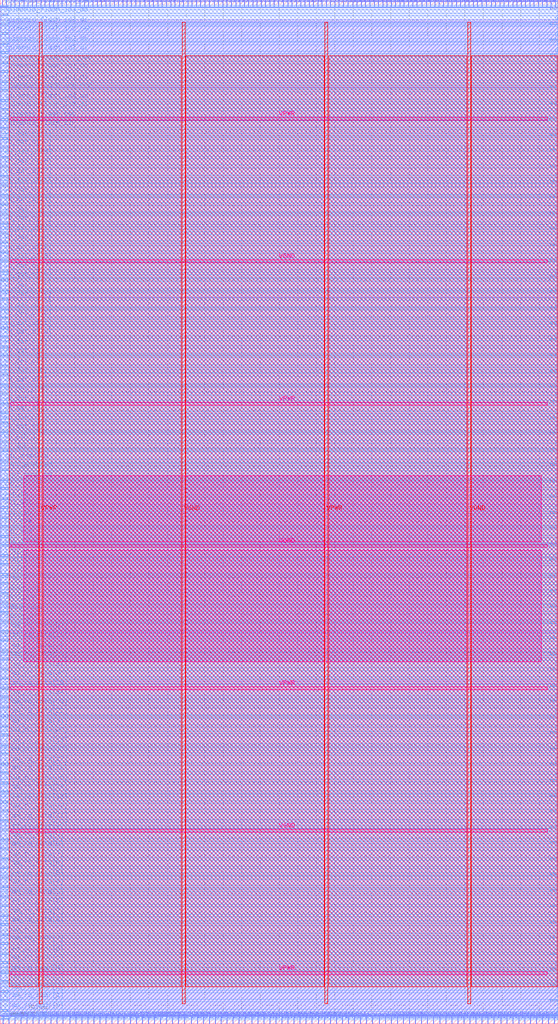
<source format=lef>
VERSION 5.7 ;
  NOWIREEXTENSIONATPIN ON ;
  DIVIDERCHAR "/" ;
  BUSBITCHARS "[]" ;
MACRO housekeeping
  CLASS BLOCK ;
  FOREIGN housekeeping ;
  ORIGIN 0.000 0.000 ;
  SIZE 300.230 BY 550.950 ;
  PIN VGND
    DIRECTION INPUT ;
    USE GROUND ;
    PORT
      LAYER met5 ;
        RECT 5.520 103.080 294.400 104.680 ;
    END
    PORT
      LAYER met5 ;
        RECT 5.520 256.260 294.400 257.860 ;
    END
    PORT
      LAYER met5 ;
        RECT 5.520 409.440 294.400 411.040 ;
    END
    PORT
      LAYER met4 ;
        RECT 97.840 10.640 99.440 538.800 ;
    END
    PORT
      LAYER met4 ;
        RECT 251.440 10.640 253.040 538.800 ;
    END
  END VGND
  PIN VPWR
    DIRECTION INPUT ;
    USE POWER ;
    PORT
      LAYER met5 ;
        RECT 5.520 26.490 294.400 28.090 ;
    END
    PORT
      LAYER met5 ;
        RECT 5.520 179.670 294.400 181.270 ;
    END
    PORT
      LAYER met5 ;
        RECT 5.520 332.850 294.400 334.450 ;
    END
    PORT
      LAYER met5 ;
        RECT 5.520 486.030 294.400 487.630 ;
    END
    PORT
      LAYER met4 ;
        RECT 21.040 10.640 22.640 538.800 ;
    END
    PORT
      LAYER met4 ;
        RECT 174.640 10.640 176.240 538.800 ;
    END
  END VPWR
  PIN debug_in
    DIRECTION OUTPUT TRISTATE ;
    USE SIGNAL ;
    PORT
      LAYER met3 ;
        RECT 0.000 216.280 4.000 216.880 ;
    END
  END debug_in
  PIN debug_mode
    DIRECTION INPUT ;
    USE SIGNAL ;
    PORT
      LAYER met3 ;
        RECT 0.000 221.040 4.000 221.640 ;
    END
  END debug_mode
  PIN debug_oeb
    DIRECTION INPUT ;
    USE SIGNAL ;
    PORT
      LAYER met3 ;
        RECT 0.000 226.480 4.000 227.080 ;
    END
  END debug_oeb
  PIN debug_out
    DIRECTION INPUT ;
    USE SIGNAL ;
    PORT
      LAYER met3 ;
        RECT 0.000 231.240 4.000 231.840 ;
    END
  END debug_out
  PIN irq[0]
    DIRECTION OUTPUT TRISTATE ;
    USE SIGNAL ;
    PORT
      LAYER met3 ;
        RECT 0.000 241.440 4.000 242.040 ;
    END
  END irq[0]
  PIN irq[1]
    DIRECTION OUTPUT TRISTATE ;
    USE SIGNAL ;
    PORT
      LAYER met3 ;
        RECT 0.000 246.880 4.000 247.480 ;
    END
  END irq[1]
  PIN irq[2]
    DIRECTION OUTPUT TRISTATE ;
    USE SIGNAL ;
    PORT
      LAYER met3 ;
        RECT 0.000 251.640 4.000 252.240 ;
    END
  END irq[2]
  PIN mask_rev_in[0]
    DIRECTION INPUT ;
    USE SIGNAL ;
    PORT
      LAYER met2 ;
        RECT 184.090 0.000 184.370 4.000 ;
    END
  END mask_rev_in[0]
  PIN mask_rev_in[10]
    DIRECTION INPUT ;
    USE SIGNAL ;
    PORT
      LAYER met2 ;
        RECT 216.750 0.000 217.030 4.000 ;
    END
  END mask_rev_in[10]
  PIN mask_rev_in[11]
    DIRECTION INPUT ;
    USE SIGNAL ;
    PORT
      LAYER met2 ;
        RECT 219.970 0.000 220.250 4.000 ;
    END
  END mask_rev_in[11]
  PIN mask_rev_in[12]
    DIRECTION INPUT ;
    USE SIGNAL ;
    PORT
      LAYER met2 ;
        RECT 223.190 0.000 223.470 4.000 ;
    END
  END mask_rev_in[12]
  PIN mask_rev_in[13]
    DIRECTION INPUT ;
    USE SIGNAL ;
    PORT
      LAYER met2 ;
        RECT 226.410 0.000 226.690 4.000 ;
    END
  END mask_rev_in[13]
  PIN mask_rev_in[14]
    DIRECTION INPUT ;
    USE SIGNAL ;
    PORT
      LAYER met2 ;
        RECT 229.630 0.000 229.910 4.000 ;
    END
  END mask_rev_in[14]
  PIN mask_rev_in[15]
    DIRECTION INPUT ;
    USE SIGNAL ;
    PORT
      LAYER met2 ;
        RECT 232.850 0.000 233.130 4.000 ;
    END
  END mask_rev_in[15]
  PIN mask_rev_in[16]
    DIRECTION INPUT ;
    USE SIGNAL ;
    PORT
      LAYER met2 ;
        RECT 236.530 0.000 236.810 4.000 ;
    END
  END mask_rev_in[16]
  PIN mask_rev_in[17]
    DIRECTION INPUT ;
    USE SIGNAL ;
    PORT
      LAYER met2 ;
        RECT 239.750 0.000 240.030 4.000 ;
    END
  END mask_rev_in[17]
  PIN mask_rev_in[18]
    DIRECTION INPUT ;
    USE SIGNAL ;
    PORT
      LAYER met2 ;
        RECT 242.970 0.000 243.250 4.000 ;
    END
  END mask_rev_in[18]
  PIN mask_rev_in[19]
    DIRECTION INPUT ;
    USE SIGNAL ;
    PORT
      LAYER met2 ;
        RECT 246.190 0.000 246.470 4.000 ;
    END
  END mask_rev_in[19]
  PIN mask_rev_in[1]
    DIRECTION INPUT ;
    USE SIGNAL ;
    PORT
      LAYER met2 ;
        RECT 187.310 0.000 187.590 4.000 ;
    END
  END mask_rev_in[1]
  PIN mask_rev_in[20]
    DIRECTION INPUT ;
    USE SIGNAL ;
    PORT
      LAYER met2 ;
        RECT 249.410 0.000 249.690 4.000 ;
    END
  END mask_rev_in[20]
  PIN mask_rev_in[21]
    DIRECTION INPUT ;
    USE SIGNAL ;
    PORT
      LAYER met2 ;
        RECT 252.630 0.000 252.910 4.000 ;
    END
  END mask_rev_in[21]
  PIN mask_rev_in[22]
    DIRECTION INPUT ;
    USE SIGNAL ;
    PORT
      LAYER met2 ;
        RECT 255.850 0.000 256.130 4.000 ;
    END
  END mask_rev_in[22]
  PIN mask_rev_in[23]
    DIRECTION INPUT ;
    USE SIGNAL ;
    PORT
      LAYER met2 ;
        RECT 259.070 0.000 259.350 4.000 ;
    END
  END mask_rev_in[23]
  PIN mask_rev_in[24]
    DIRECTION INPUT ;
    USE SIGNAL ;
    PORT
      LAYER met2 ;
        RECT 262.290 0.000 262.570 4.000 ;
    END
  END mask_rev_in[24]
  PIN mask_rev_in[25]
    DIRECTION INPUT ;
    USE SIGNAL ;
    PORT
      LAYER met2 ;
        RECT 265.510 0.000 265.790 4.000 ;
    END
  END mask_rev_in[25]
  PIN mask_rev_in[26]
    DIRECTION INPUT ;
    USE SIGNAL ;
    PORT
      LAYER met2 ;
        RECT 269.190 0.000 269.470 4.000 ;
    END
  END mask_rev_in[26]
  PIN mask_rev_in[27]
    DIRECTION INPUT ;
    USE SIGNAL ;
    PORT
      LAYER met2 ;
        RECT 272.410 0.000 272.690 4.000 ;
    END
  END mask_rev_in[27]
  PIN mask_rev_in[28]
    DIRECTION INPUT ;
    USE SIGNAL ;
    PORT
      LAYER met2 ;
        RECT 275.630 0.000 275.910 4.000 ;
    END
  END mask_rev_in[28]
  PIN mask_rev_in[29]
    DIRECTION INPUT ;
    USE SIGNAL ;
    PORT
      LAYER met2 ;
        RECT 278.850 0.000 279.130 4.000 ;
    END
  END mask_rev_in[29]
  PIN mask_rev_in[2]
    DIRECTION INPUT ;
    USE SIGNAL ;
    PORT
      LAYER met2 ;
        RECT 190.530 0.000 190.810 4.000 ;
    END
  END mask_rev_in[2]
  PIN mask_rev_in[30]
    DIRECTION INPUT ;
    USE SIGNAL ;
    PORT
      LAYER met2 ;
        RECT 282.070 0.000 282.350 4.000 ;
    END
  END mask_rev_in[30]
  PIN mask_rev_in[31]
    DIRECTION INPUT ;
    USE SIGNAL ;
    PORT
      LAYER met2 ;
        RECT 285.290 0.000 285.570 4.000 ;
    END
  END mask_rev_in[31]
  PIN mask_rev_in[3]
    DIRECTION INPUT ;
    USE SIGNAL ;
    PORT
      LAYER met2 ;
        RECT 193.750 0.000 194.030 4.000 ;
    END
  END mask_rev_in[3]
  PIN mask_rev_in[4]
    DIRECTION INPUT ;
    USE SIGNAL ;
    PORT
      LAYER met2 ;
        RECT 196.970 0.000 197.250 4.000 ;
    END
  END mask_rev_in[4]
  PIN mask_rev_in[5]
    DIRECTION INPUT ;
    USE SIGNAL ;
    PORT
      LAYER met2 ;
        RECT 200.190 0.000 200.470 4.000 ;
    END
  END mask_rev_in[5]
  PIN mask_rev_in[6]
    DIRECTION INPUT ;
    USE SIGNAL ;
    PORT
      LAYER met2 ;
        RECT 203.870 0.000 204.150 4.000 ;
    END
  END mask_rev_in[6]
  PIN mask_rev_in[7]
    DIRECTION INPUT ;
    USE SIGNAL ;
    PORT
      LAYER met2 ;
        RECT 207.090 0.000 207.370 4.000 ;
    END
  END mask_rev_in[7]
  PIN mask_rev_in[8]
    DIRECTION INPUT ;
    USE SIGNAL ;
    PORT
      LAYER met2 ;
        RECT 210.310 0.000 210.590 4.000 ;
    END
  END mask_rev_in[8]
  PIN mask_rev_in[9]
    DIRECTION INPUT ;
    USE SIGNAL ;
    PORT
      LAYER met2 ;
        RECT 213.530 0.000 213.810 4.000 ;
    END
  END mask_rev_in[9]
  PIN mgmt_gpio_in[0]
    DIRECTION INPUT ;
    USE SIGNAL ;
    PORT
      LAYER met3 ;
        RECT 296.230 46.280 300.230 46.880 ;
    END
  END mgmt_gpio_in[0]
  PIN mgmt_gpio_in[10]
    DIRECTION INPUT ;
    USE SIGNAL ;
    PORT
      LAYER met3 ;
        RECT 296.230 300.600 300.230 301.200 ;
    END
  END mgmt_gpio_in[10]
  PIN mgmt_gpio_in[11]
    DIRECTION INPUT ;
    USE SIGNAL ;
    PORT
      LAYER met3 ;
        RECT 296.230 325.760 300.230 326.360 ;
    END
  END mgmt_gpio_in[11]
  PIN mgmt_gpio_in[12]
    DIRECTION INPUT ;
    USE SIGNAL ;
    PORT
      LAYER met3 ;
        RECT 296.230 350.920 300.230 351.520 ;
    END
  END mgmt_gpio_in[12]
  PIN mgmt_gpio_in[13]
    DIRECTION INPUT ;
    USE SIGNAL ;
    PORT
      LAYER met3 ;
        RECT 296.230 376.760 300.230 377.360 ;
    END
  END mgmt_gpio_in[13]
  PIN mgmt_gpio_in[14]
    DIRECTION INPUT ;
    USE SIGNAL ;
    PORT
      LAYER met3 ;
        RECT 296.230 401.920 300.230 402.520 ;
    END
  END mgmt_gpio_in[14]
  PIN mgmt_gpio_in[15]
    DIRECTION INPUT ;
    USE SIGNAL ;
    PORT
      LAYER met3 ;
        RECT 296.230 427.760 300.230 428.360 ;
    END
  END mgmt_gpio_in[15]
  PIN mgmt_gpio_in[16]
    DIRECTION INPUT ;
    USE SIGNAL ;
    PORT
      LAYER met3 ;
        RECT 296.230 452.920 300.230 453.520 ;
    END
  END mgmt_gpio_in[16]
  PIN mgmt_gpio_in[17]
    DIRECTION INPUT ;
    USE SIGNAL ;
    PORT
      LAYER met3 ;
        RECT 296.230 478.080 300.230 478.680 ;
    END
  END mgmt_gpio_in[17]
  PIN mgmt_gpio_in[18]
    DIRECTION INPUT ;
    USE SIGNAL ;
    PORT
      LAYER met3 ;
        RECT 296.230 503.920 300.230 504.520 ;
    END
  END mgmt_gpio_in[18]
  PIN mgmt_gpio_in[19]
    DIRECTION INPUT ;
    USE SIGNAL ;
    PORT
      LAYER met3 ;
        RECT 296.230 529.080 300.230 529.680 ;
    END
  END mgmt_gpio_in[19]
  PIN mgmt_gpio_in[1]
    DIRECTION INPUT ;
    USE SIGNAL ;
    PORT
      LAYER met3 ;
        RECT 296.230 71.440 300.230 72.040 ;
    END
  END mgmt_gpio_in[1]
  PIN mgmt_gpio_in[20]
    DIRECTION INPUT ;
    USE SIGNAL ;
    PORT
      LAYER met2 ;
        RECT 175.350 546.950 175.630 550.950 ;
    END
  END mgmt_gpio_in[20]
  PIN mgmt_gpio_in[21]
    DIRECTION INPUT ;
    USE SIGNAL ;
    PORT
      LAYER met2 ;
        RECT 182.250 546.950 182.530 550.950 ;
    END
  END mgmt_gpio_in[21]
  PIN mgmt_gpio_in[22]
    DIRECTION INPUT ;
    USE SIGNAL ;
    PORT
      LAYER met2 ;
        RECT 189.610 546.950 189.890 550.950 ;
    END
  END mgmt_gpio_in[22]
  PIN mgmt_gpio_in[23]
    DIRECTION INPUT ;
    USE SIGNAL ;
    PORT
      LAYER met2 ;
        RECT 196.510 546.950 196.790 550.950 ;
    END
  END mgmt_gpio_in[23]
  PIN mgmt_gpio_in[24]
    DIRECTION INPUT ;
    USE SIGNAL ;
    PORT
      LAYER met2 ;
        RECT 203.410 546.950 203.690 550.950 ;
    END
  END mgmt_gpio_in[24]
  PIN mgmt_gpio_in[25]
    DIRECTION INPUT ;
    USE SIGNAL ;
    PORT
      LAYER met2 ;
        RECT 210.310 546.950 210.590 550.950 ;
    END
  END mgmt_gpio_in[25]
  PIN mgmt_gpio_in[26]
    DIRECTION INPUT ;
    USE SIGNAL ;
    PORT
      LAYER met2 ;
        RECT 217.210 546.950 217.490 550.950 ;
    END
  END mgmt_gpio_in[26]
  PIN mgmt_gpio_in[27]
    DIRECTION INPUT ;
    USE SIGNAL ;
    PORT
      LAYER met2 ;
        RECT 224.110 546.950 224.390 550.950 ;
    END
  END mgmt_gpio_in[27]
  PIN mgmt_gpio_in[28]
    DIRECTION INPUT ;
    USE SIGNAL ;
    PORT
      LAYER met2 ;
        RECT 231.470 546.950 231.750 550.950 ;
    END
  END mgmt_gpio_in[28]
  PIN mgmt_gpio_in[29]
    DIRECTION INPUT ;
    USE SIGNAL ;
    PORT
      LAYER met2 ;
        RECT 238.370 546.950 238.650 550.950 ;
    END
  END mgmt_gpio_in[29]
  PIN mgmt_gpio_in[2]
    DIRECTION INPUT ;
    USE SIGNAL ;
    PORT
      LAYER met3 ;
        RECT 296.230 97.280 300.230 97.880 ;
    END
  END mgmt_gpio_in[2]
  PIN mgmt_gpio_in[30]
    DIRECTION INPUT ;
    USE SIGNAL ;
    PORT
      LAYER met2 ;
        RECT 245.270 546.950 245.550 550.950 ;
    END
  END mgmt_gpio_in[30]
  PIN mgmt_gpio_in[31]
    DIRECTION INPUT ;
    USE SIGNAL ;
    PORT
      LAYER met2 ;
        RECT 252.170 546.950 252.450 550.950 ;
    END
  END mgmt_gpio_in[31]
  PIN mgmt_gpio_in[32]
    DIRECTION INPUT ;
    USE SIGNAL ;
    PORT
      LAYER met2 ;
        RECT 259.070 546.950 259.350 550.950 ;
    END
  END mgmt_gpio_in[32]
  PIN mgmt_gpio_in[33]
    DIRECTION INPUT ;
    USE SIGNAL ;
    PORT
      LAYER met2 ;
        RECT 266.430 546.950 266.710 550.950 ;
    END
  END mgmt_gpio_in[33]
  PIN mgmt_gpio_in[34]
    DIRECTION INPUT ;
    USE SIGNAL ;
    PORT
      LAYER met2 ;
        RECT 273.330 546.950 273.610 550.950 ;
    END
  END mgmt_gpio_in[34]
  PIN mgmt_gpio_in[35]
    DIRECTION INPUT ;
    USE SIGNAL ;
    PORT
      LAYER met2 ;
        RECT 280.230 546.950 280.510 550.950 ;
    END
  END mgmt_gpio_in[35]
  PIN mgmt_gpio_in[36]
    DIRECTION INPUT ;
    USE SIGNAL ;
    PORT
      LAYER met2 ;
        RECT 287.130 546.950 287.410 550.950 ;
    END
  END mgmt_gpio_in[36]
  PIN mgmt_gpio_in[37]
    DIRECTION INPUT ;
    USE SIGNAL ;
    PORT
      LAYER met2 ;
        RECT 294.030 546.950 294.310 550.950 ;
    END
  END mgmt_gpio_in[37]
  PIN mgmt_gpio_in[3]
    DIRECTION INPUT ;
    USE SIGNAL ;
    PORT
      LAYER met3 ;
        RECT 296.230 122.440 300.230 123.040 ;
    END
  END mgmt_gpio_in[3]
  PIN mgmt_gpio_in[4]
    DIRECTION INPUT ;
    USE SIGNAL ;
    PORT
      LAYER met3 ;
        RECT 296.230 147.600 300.230 148.200 ;
    END
  END mgmt_gpio_in[4]
  PIN mgmt_gpio_in[5]
    DIRECTION INPUT ;
    USE SIGNAL ;
    PORT
      LAYER met3 ;
        RECT 296.230 173.440 300.230 174.040 ;
    END
  END mgmt_gpio_in[5]
  PIN mgmt_gpio_in[6]
    DIRECTION INPUT ;
    USE SIGNAL ;
    PORT
      LAYER met3 ;
        RECT 296.230 198.600 300.230 199.200 ;
    END
  END mgmt_gpio_in[6]
  PIN mgmt_gpio_in[7]
    DIRECTION INPUT ;
    USE SIGNAL ;
    PORT
      LAYER met3 ;
        RECT 296.230 224.440 300.230 225.040 ;
    END
  END mgmt_gpio_in[7]
  PIN mgmt_gpio_in[8]
    DIRECTION INPUT ;
    USE SIGNAL ;
    PORT
      LAYER met3 ;
        RECT 296.230 249.600 300.230 250.200 ;
    END
  END mgmt_gpio_in[8]
  PIN mgmt_gpio_in[9]
    DIRECTION INPUT ;
    USE SIGNAL ;
    PORT
      LAYER met3 ;
        RECT 296.230 274.760 300.230 275.360 ;
    END
  END mgmt_gpio_in[9]
  PIN mgmt_gpio_oeb[0]
    DIRECTION OUTPUT TRISTATE ;
    USE SIGNAL ;
    PORT
      LAYER met3 ;
        RECT 296.230 54.440 300.230 55.040 ;
    END
  END mgmt_gpio_oeb[0]
  PIN mgmt_gpio_oeb[10]
    DIRECTION OUTPUT TRISTATE ;
    USE SIGNAL ;
    PORT
      LAYER met3 ;
        RECT 296.230 308.760 300.230 309.360 ;
    END
  END mgmt_gpio_oeb[10]
  PIN mgmt_gpio_oeb[11]
    DIRECTION OUTPUT TRISTATE ;
    USE SIGNAL ;
    PORT
      LAYER met3 ;
        RECT 296.230 334.600 300.230 335.200 ;
    END
  END mgmt_gpio_oeb[11]
  PIN mgmt_gpio_oeb[12]
    DIRECTION OUTPUT TRISTATE ;
    USE SIGNAL ;
    PORT
      LAYER met3 ;
        RECT 296.230 359.760 300.230 360.360 ;
    END
  END mgmt_gpio_oeb[12]
  PIN mgmt_gpio_oeb[13]
    DIRECTION OUTPUT TRISTATE ;
    USE SIGNAL ;
    PORT
      LAYER met3 ;
        RECT 296.230 384.920 300.230 385.520 ;
    END
  END mgmt_gpio_oeb[13]
  PIN mgmt_gpio_oeb[14]
    DIRECTION OUTPUT TRISTATE ;
    USE SIGNAL ;
    PORT
      LAYER met3 ;
        RECT 296.230 410.760 300.230 411.360 ;
    END
  END mgmt_gpio_oeb[14]
  PIN mgmt_gpio_oeb[15]
    DIRECTION OUTPUT TRISTATE ;
    USE SIGNAL ;
    PORT
      LAYER met3 ;
        RECT 296.230 435.920 300.230 436.520 ;
    END
  END mgmt_gpio_oeb[15]
  PIN mgmt_gpio_oeb[16]
    DIRECTION OUTPUT TRISTATE ;
    USE SIGNAL ;
    PORT
      LAYER met3 ;
        RECT 296.230 461.080 300.230 461.680 ;
    END
  END mgmt_gpio_oeb[16]
  PIN mgmt_gpio_oeb[17]
    DIRECTION OUTPUT TRISTATE ;
    USE SIGNAL ;
    PORT
      LAYER met3 ;
        RECT 296.230 486.920 300.230 487.520 ;
    END
  END mgmt_gpio_oeb[17]
  PIN mgmt_gpio_oeb[18]
    DIRECTION OUTPUT TRISTATE ;
    USE SIGNAL ;
    PORT
      LAYER met3 ;
        RECT 296.230 512.080 300.230 512.680 ;
    END
  END mgmt_gpio_oeb[18]
  PIN mgmt_gpio_oeb[19]
    DIRECTION OUTPUT TRISTATE ;
    USE SIGNAL ;
    PORT
      LAYER met3 ;
        RECT 296.230 537.920 300.230 538.520 ;
    END
  END mgmt_gpio_oeb[19]
  PIN mgmt_gpio_oeb[1]
    DIRECTION OUTPUT TRISTATE ;
    USE SIGNAL ;
    PORT
      LAYER met3 ;
        RECT 296.230 80.280 300.230 80.880 ;
    END
  END mgmt_gpio_oeb[1]
  PIN mgmt_gpio_oeb[20]
    DIRECTION OUTPUT TRISTATE ;
    USE SIGNAL ;
    PORT
      LAYER met2 ;
        RECT 177.650 546.950 177.930 550.950 ;
    END
  END mgmt_gpio_oeb[20]
  PIN mgmt_gpio_oeb[21]
    DIRECTION OUTPUT TRISTATE ;
    USE SIGNAL ;
    PORT
      LAYER met2 ;
        RECT 184.550 546.950 184.830 550.950 ;
    END
  END mgmt_gpio_oeb[21]
  PIN mgmt_gpio_oeb[22]
    DIRECTION OUTPUT TRISTATE ;
    USE SIGNAL ;
    PORT
      LAYER met2 ;
        RECT 191.910 546.950 192.190 550.950 ;
    END
  END mgmt_gpio_oeb[22]
  PIN mgmt_gpio_oeb[23]
    DIRECTION OUTPUT TRISTATE ;
    USE SIGNAL ;
    PORT
      LAYER met2 ;
        RECT 198.810 546.950 199.090 550.950 ;
    END
  END mgmt_gpio_oeb[23]
  PIN mgmt_gpio_oeb[24]
    DIRECTION OUTPUT TRISTATE ;
    USE SIGNAL ;
    PORT
      LAYER met2 ;
        RECT 205.710 546.950 205.990 550.950 ;
    END
  END mgmt_gpio_oeb[24]
  PIN mgmt_gpio_oeb[25]
    DIRECTION OUTPUT TRISTATE ;
    USE SIGNAL ;
    PORT
      LAYER met2 ;
        RECT 212.610 546.950 212.890 550.950 ;
    END
  END mgmt_gpio_oeb[25]
  PIN mgmt_gpio_oeb[26]
    DIRECTION OUTPUT TRISTATE ;
    USE SIGNAL ;
    PORT
      LAYER met2 ;
        RECT 219.510 546.950 219.790 550.950 ;
    END
  END mgmt_gpio_oeb[26]
  PIN mgmt_gpio_oeb[27]
    DIRECTION OUTPUT TRISTATE ;
    USE SIGNAL ;
    PORT
      LAYER met2 ;
        RECT 226.870 546.950 227.150 550.950 ;
    END
  END mgmt_gpio_oeb[27]
  PIN mgmt_gpio_oeb[28]
    DIRECTION OUTPUT TRISTATE ;
    USE SIGNAL ;
    PORT
      LAYER met2 ;
        RECT 233.770 546.950 234.050 550.950 ;
    END
  END mgmt_gpio_oeb[28]
  PIN mgmt_gpio_oeb[29]
    DIRECTION OUTPUT TRISTATE ;
    USE SIGNAL ;
    PORT
      LAYER met2 ;
        RECT 240.670 546.950 240.950 550.950 ;
    END
  END mgmt_gpio_oeb[29]
  PIN mgmt_gpio_oeb[2]
    DIRECTION OUTPUT TRISTATE ;
    USE SIGNAL ;
    PORT
      LAYER met3 ;
        RECT 296.230 105.440 300.230 106.040 ;
    END
  END mgmt_gpio_oeb[2]
  PIN mgmt_gpio_oeb[30]
    DIRECTION OUTPUT TRISTATE ;
    USE SIGNAL ;
    PORT
      LAYER met2 ;
        RECT 247.570 546.950 247.850 550.950 ;
    END
  END mgmt_gpio_oeb[30]
  PIN mgmt_gpio_oeb[31]
    DIRECTION OUTPUT TRISTATE ;
    USE SIGNAL ;
    PORT
      LAYER met2 ;
        RECT 254.470 546.950 254.750 550.950 ;
    END
  END mgmt_gpio_oeb[31]
  PIN mgmt_gpio_oeb[32]
    DIRECTION OUTPUT TRISTATE ;
    USE SIGNAL ;
    PORT
      LAYER met2 ;
        RECT 261.370 546.950 261.650 550.950 ;
    END
  END mgmt_gpio_oeb[32]
  PIN mgmt_gpio_oeb[33]
    DIRECTION OUTPUT TRISTATE ;
    USE SIGNAL ;
    PORT
      LAYER met2 ;
        RECT 268.730 546.950 269.010 550.950 ;
    END
  END mgmt_gpio_oeb[33]
  PIN mgmt_gpio_oeb[34]
    DIRECTION OUTPUT TRISTATE ;
    USE SIGNAL ;
    PORT
      LAYER met2 ;
        RECT 275.630 546.950 275.910 550.950 ;
    END
  END mgmt_gpio_oeb[34]
  PIN mgmt_gpio_oeb[35]
    DIRECTION OUTPUT TRISTATE ;
    USE SIGNAL ;
    PORT
      LAYER met2 ;
        RECT 282.530 546.950 282.810 550.950 ;
    END
  END mgmt_gpio_oeb[35]
  PIN mgmt_gpio_oeb[36]
    DIRECTION OUTPUT TRISTATE ;
    USE SIGNAL ;
    PORT
      LAYER met2 ;
        RECT 289.430 546.950 289.710 550.950 ;
    END
  END mgmt_gpio_oeb[36]
  PIN mgmt_gpio_oeb[37]
    DIRECTION OUTPUT TRISTATE ;
    USE SIGNAL ;
    PORT
      LAYER met2 ;
        RECT 296.330 546.950 296.610 550.950 ;
    END
  END mgmt_gpio_oeb[37]
  PIN mgmt_gpio_oeb[3]
    DIRECTION OUTPUT TRISTATE ;
    USE SIGNAL ;
    PORT
      LAYER met3 ;
        RECT 296.230 130.600 300.230 131.200 ;
    END
  END mgmt_gpio_oeb[3]
  PIN mgmt_gpio_oeb[4]
    DIRECTION OUTPUT TRISTATE ;
    USE SIGNAL ;
    PORT
      LAYER met3 ;
        RECT 296.230 156.440 300.230 157.040 ;
    END
  END mgmt_gpio_oeb[4]
  PIN mgmt_gpio_oeb[5]
    DIRECTION OUTPUT TRISTATE ;
    USE SIGNAL ;
    PORT
      LAYER met3 ;
        RECT 296.230 181.600 300.230 182.200 ;
    END
  END mgmt_gpio_oeb[5]
  PIN mgmt_gpio_oeb[6]
    DIRECTION OUTPUT TRISTATE ;
    USE SIGNAL ;
    PORT
      LAYER met3 ;
        RECT 296.230 207.440 300.230 208.040 ;
    END
  END mgmt_gpio_oeb[6]
  PIN mgmt_gpio_oeb[7]
    DIRECTION OUTPUT TRISTATE ;
    USE SIGNAL ;
    PORT
      LAYER met3 ;
        RECT 296.230 232.600 300.230 233.200 ;
    END
  END mgmt_gpio_oeb[7]
  PIN mgmt_gpio_oeb[8]
    DIRECTION OUTPUT TRISTATE ;
    USE SIGNAL ;
    PORT
      LAYER met3 ;
        RECT 296.230 257.760 300.230 258.360 ;
    END
  END mgmt_gpio_oeb[8]
  PIN mgmt_gpio_oeb[9]
    DIRECTION OUTPUT TRISTATE ;
    USE SIGNAL ;
    PORT
      LAYER met3 ;
        RECT 296.230 283.600 300.230 284.200 ;
    END
  END mgmt_gpio_oeb[9]
  PIN mgmt_gpio_out[0]
    DIRECTION OUTPUT TRISTATE ;
    USE SIGNAL ;
    PORT
      LAYER met3 ;
        RECT 296.230 63.280 300.230 63.880 ;
    END
  END mgmt_gpio_out[0]
  PIN mgmt_gpio_out[10]
    DIRECTION OUTPUT TRISTATE ;
    USE SIGNAL ;
    PORT
      LAYER met3 ;
        RECT 296.230 317.600 300.230 318.200 ;
    END
  END mgmt_gpio_out[10]
  PIN mgmt_gpio_out[11]
    DIRECTION OUTPUT TRISTATE ;
    USE SIGNAL ;
    PORT
      LAYER met3 ;
        RECT 296.230 342.760 300.230 343.360 ;
    END
  END mgmt_gpio_out[11]
  PIN mgmt_gpio_out[12]
    DIRECTION OUTPUT TRISTATE ;
    USE SIGNAL ;
    PORT
      LAYER met3 ;
        RECT 296.230 367.920 300.230 368.520 ;
    END
  END mgmt_gpio_out[12]
  PIN mgmt_gpio_out[13]
    DIRECTION OUTPUT TRISTATE ;
    USE SIGNAL ;
    PORT
      LAYER met3 ;
        RECT 296.230 393.760 300.230 394.360 ;
    END
  END mgmt_gpio_out[13]
  PIN mgmt_gpio_out[14]
    DIRECTION OUTPUT TRISTATE ;
    USE SIGNAL ;
    PORT
      LAYER met3 ;
        RECT 296.230 418.920 300.230 419.520 ;
    END
  END mgmt_gpio_out[14]
  PIN mgmt_gpio_out[15]
    DIRECTION OUTPUT TRISTATE ;
    USE SIGNAL ;
    PORT
      LAYER met3 ;
        RECT 296.230 444.760 300.230 445.360 ;
    END
  END mgmt_gpio_out[15]
  PIN mgmt_gpio_out[16]
    DIRECTION OUTPUT TRISTATE ;
    USE SIGNAL ;
    PORT
      LAYER met3 ;
        RECT 296.230 469.920 300.230 470.520 ;
    END
  END mgmt_gpio_out[16]
  PIN mgmt_gpio_out[17]
    DIRECTION OUTPUT TRISTATE ;
    USE SIGNAL ;
    PORT
      LAYER met3 ;
        RECT 296.230 495.080 300.230 495.680 ;
    END
  END mgmt_gpio_out[17]
  PIN mgmt_gpio_out[18]
    DIRECTION OUTPUT TRISTATE ;
    USE SIGNAL ;
    PORT
      LAYER met3 ;
        RECT 296.230 520.920 300.230 521.520 ;
    END
  END mgmt_gpio_out[18]
  PIN mgmt_gpio_out[19]
    DIRECTION OUTPUT TRISTATE ;
    USE SIGNAL ;
    PORT
      LAYER met3 ;
        RECT 296.230 546.080 300.230 546.680 ;
    END
  END mgmt_gpio_out[19]
  PIN mgmt_gpio_out[1]
    DIRECTION OUTPUT TRISTATE ;
    USE SIGNAL ;
    PORT
      LAYER met3 ;
        RECT 296.230 88.440 300.230 89.040 ;
    END
  END mgmt_gpio_out[1]
  PIN mgmt_gpio_out[20]
    DIRECTION OUTPUT TRISTATE ;
    USE SIGNAL ;
    PORT
      LAYER met2 ;
        RECT 179.950 546.950 180.230 550.950 ;
    END
  END mgmt_gpio_out[20]
  PIN mgmt_gpio_out[21]
    DIRECTION OUTPUT TRISTATE ;
    USE SIGNAL ;
    PORT
      LAYER met2 ;
        RECT 186.850 546.950 187.130 550.950 ;
    END
  END mgmt_gpio_out[21]
  PIN mgmt_gpio_out[22]
    DIRECTION OUTPUT TRISTATE ;
    USE SIGNAL ;
    PORT
      LAYER met2 ;
        RECT 194.210 546.950 194.490 550.950 ;
    END
  END mgmt_gpio_out[22]
  PIN mgmt_gpio_out[23]
    DIRECTION OUTPUT TRISTATE ;
    USE SIGNAL ;
    PORT
      LAYER met2 ;
        RECT 201.110 546.950 201.390 550.950 ;
    END
  END mgmt_gpio_out[23]
  PIN mgmt_gpio_out[24]
    DIRECTION OUTPUT TRISTATE ;
    USE SIGNAL ;
    PORT
      LAYER met2 ;
        RECT 208.010 546.950 208.290 550.950 ;
    END
  END mgmt_gpio_out[24]
  PIN mgmt_gpio_out[25]
    DIRECTION OUTPUT TRISTATE ;
    USE SIGNAL ;
    PORT
      LAYER met2 ;
        RECT 214.910 546.950 215.190 550.950 ;
    END
  END mgmt_gpio_out[25]
  PIN mgmt_gpio_out[26]
    DIRECTION OUTPUT TRISTATE ;
    USE SIGNAL ;
    PORT
      LAYER met2 ;
        RECT 221.810 546.950 222.090 550.950 ;
    END
  END mgmt_gpio_out[26]
  PIN mgmt_gpio_out[27]
    DIRECTION OUTPUT TRISTATE ;
    USE SIGNAL ;
    PORT
      LAYER met2 ;
        RECT 229.170 546.950 229.450 550.950 ;
    END
  END mgmt_gpio_out[27]
  PIN mgmt_gpio_out[28]
    DIRECTION OUTPUT TRISTATE ;
    USE SIGNAL ;
    PORT
      LAYER met2 ;
        RECT 236.070 546.950 236.350 550.950 ;
    END
  END mgmt_gpio_out[28]
  PIN mgmt_gpio_out[29]
    DIRECTION OUTPUT TRISTATE ;
    USE SIGNAL ;
    PORT
      LAYER met2 ;
        RECT 242.970 546.950 243.250 550.950 ;
    END
  END mgmt_gpio_out[29]
  PIN mgmt_gpio_out[2]
    DIRECTION OUTPUT TRISTATE ;
    USE SIGNAL ;
    PORT
      LAYER met3 ;
        RECT 296.230 114.280 300.230 114.880 ;
    END
  END mgmt_gpio_out[2]
  PIN mgmt_gpio_out[30]
    DIRECTION OUTPUT TRISTATE ;
    USE SIGNAL ;
    PORT
      LAYER met2 ;
        RECT 249.870 546.950 250.150 550.950 ;
    END
  END mgmt_gpio_out[30]
  PIN mgmt_gpio_out[31]
    DIRECTION OUTPUT TRISTATE ;
    USE SIGNAL ;
    PORT
      LAYER met2 ;
        RECT 256.770 546.950 257.050 550.950 ;
    END
  END mgmt_gpio_out[31]
  PIN mgmt_gpio_out[32]
    DIRECTION OUTPUT TRISTATE ;
    USE SIGNAL ;
    PORT
      LAYER met2 ;
        RECT 264.130 546.950 264.410 550.950 ;
    END
  END mgmt_gpio_out[32]
  PIN mgmt_gpio_out[33]
    DIRECTION OUTPUT TRISTATE ;
    USE SIGNAL ;
    PORT
      LAYER met2 ;
        RECT 271.030 546.950 271.310 550.950 ;
    END
  END mgmt_gpio_out[33]
  PIN mgmt_gpio_out[34]
    DIRECTION OUTPUT TRISTATE ;
    USE SIGNAL ;
    PORT
      LAYER met2 ;
        RECT 277.930 546.950 278.210 550.950 ;
    END
  END mgmt_gpio_out[34]
  PIN mgmt_gpio_out[35]
    DIRECTION OUTPUT TRISTATE ;
    USE SIGNAL ;
    PORT
      LAYER met2 ;
        RECT 284.830 546.950 285.110 550.950 ;
    END
  END mgmt_gpio_out[35]
  PIN mgmt_gpio_out[36]
    DIRECTION OUTPUT TRISTATE ;
    USE SIGNAL ;
    PORT
      LAYER met2 ;
        RECT 291.730 546.950 292.010 550.950 ;
    END
  END mgmt_gpio_out[36]
  PIN mgmt_gpio_out[37]
    DIRECTION OUTPUT TRISTATE ;
    USE SIGNAL ;
    PORT
      LAYER met2 ;
        RECT 298.630 546.950 298.910 550.950 ;
    END
  END mgmt_gpio_out[37]
  PIN mgmt_gpio_out[3]
    DIRECTION OUTPUT TRISTATE ;
    USE SIGNAL ;
    PORT
      LAYER met3 ;
        RECT 296.230 139.440 300.230 140.040 ;
    END
  END mgmt_gpio_out[3]
  PIN mgmt_gpio_out[4]
    DIRECTION OUTPUT TRISTATE ;
    USE SIGNAL ;
    PORT
      LAYER met3 ;
        RECT 296.230 164.600 300.230 165.200 ;
    END
  END mgmt_gpio_out[4]
  PIN mgmt_gpio_out[5]
    DIRECTION OUTPUT TRISTATE ;
    USE SIGNAL ;
    PORT
      LAYER met3 ;
        RECT 296.230 190.440 300.230 191.040 ;
    END
  END mgmt_gpio_out[5]
  PIN mgmt_gpio_out[6]
    DIRECTION OUTPUT TRISTATE ;
    USE SIGNAL ;
    PORT
      LAYER met3 ;
        RECT 296.230 215.600 300.230 216.200 ;
    END
  END mgmt_gpio_out[6]
  PIN mgmt_gpio_out[7]
    DIRECTION OUTPUT TRISTATE ;
    USE SIGNAL ;
    PORT
      LAYER met3 ;
        RECT 296.230 240.760 300.230 241.360 ;
    END
  END mgmt_gpio_out[7]
  PIN mgmt_gpio_out[8]
    DIRECTION OUTPUT TRISTATE ;
    USE SIGNAL ;
    PORT
      LAYER met3 ;
        RECT 296.230 266.600 300.230 267.200 ;
    END
  END mgmt_gpio_out[8]
  PIN mgmt_gpio_out[9]
    DIRECTION OUTPUT TRISTATE ;
    USE SIGNAL ;
    PORT
      LAYER met3 ;
        RECT 296.230 291.760 300.230 292.360 ;
    END
  END mgmt_gpio_out[9]
  PIN pad_flash_clk
    DIRECTION OUTPUT TRISTATE ;
    USE SIGNAL ;
    PORT
      LAYER met2 ;
        RECT 1.470 0.000 1.750 4.000 ;
    END
  END pad_flash_clk
  PIN pad_flash_clk_oeb
    DIRECTION OUTPUT TRISTATE ;
    USE SIGNAL ;
    PORT
      LAYER met2 ;
        RECT 4.690 0.000 4.970 4.000 ;
    END
  END pad_flash_clk_oeb
  PIN pad_flash_csb
    DIRECTION OUTPUT TRISTATE ;
    USE SIGNAL ;
    PORT
      LAYER met2 ;
        RECT 7.910 0.000 8.190 4.000 ;
    END
  END pad_flash_csb
  PIN pad_flash_csb_oeb
    DIRECTION OUTPUT TRISTATE ;
    USE SIGNAL ;
    PORT
      LAYER met2 ;
        RECT 11.130 0.000 11.410 4.000 ;
    END
  END pad_flash_csb_oeb
  PIN pad_flash_io0_di
    DIRECTION INPUT ;
    USE SIGNAL ;
    PORT
      LAYER met2 ;
        RECT 14.350 0.000 14.630 4.000 ;
    END
  END pad_flash_io0_di
  PIN pad_flash_io0_do
    DIRECTION OUTPUT TRISTATE ;
    USE SIGNAL ;
    PORT
      LAYER met2 ;
        RECT 17.570 0.000 17.850 4.000 ;
    END
  END pad_flash_io0_do
  PIN pad_flash_io0_ieb
    DIRECTION OUTPUT TRISTATE ;
    USE SIGNAL ;
    PORT
      LAYER met2 ;
        RECT 20.790 0.000 21.070 4.000 ;
    END
  END pad_flash_io0_ieb
  PIN pad_flash_io0_oeb
    DIRECTION OUTPUT TRISTATE ;
    USE SIGNAL ;
    PORT
      LAYER met2 ;
        RECT 24.010 0.000 24.290 4.000 ;
    END
  END pad_flash_io0_oeb
  PIN pad_flash_io1_di
    DIRECTION INPUT ;
    USE SIGNAL ;
    PORT
      LAYER met2 ;
        RECT 27.230 0.000 27.510 4.000 ;
    END
  END pad_flash_io1_di
  PIN pad_flash_io1_do
    DIRECTION OUTPUT TRISTATE ;
    USE SIGNAL ;
    PORT
      LAYER met2 ;
        RECT 30.450 0.000 30.730 4.000 ;
    END
  END pad_flash_io1_do
  PIN pad_flash_io1_ieb
    DIRECTION OUTPUT TRISTATE ;
    USE SIGNAL ;
    PORT
      LAYER met2 ;
        RECT 33.670 0.000 33.950 4.000 ;
    END
  END pad_flash_io1_ieb
  PIN pad_flash_io1_oeb
    DIRECTION OUTPUT TRISTATE ;
    USE SIGNAL ;
    PORT
      LAYER met2 ;
        RECT 37.350 0.000 37.630 4.000 ;
    END
  END pad_flash_io1_oeb
  PIN pll90_sel[0]
    DIRECTION OUTPUT TRISTATE ;
    USE SIGNAL ;
    PORT
      LAYER met2 ;
        RECT 79.670 0.000 79.950 4.000 ;
    END
  END pll90_sel[0]
  PIN pll90_sel[1]
    DIRECTION OUTPUT TRISTATE ;
    USE SIGNAL ;
    PORT
      LAYER met2 ;
        RECT 82.890 0.000 83.170 4.000 ;
    END
  END pll90_sel[1]
  PIN pll90_sel[2]
    DIRECTION OUTPUT TRISTATE ;
    USE SIGNAL ;
    PORT
      LAYER met2 ;
        RECT 86.110 0.000 86.390 4.000 ;
    END
  END pll90_sel[2]
  PIN pll_bypass
    DIRECTION OUTPUT TRISTATE ;
    USE SIGNAL ;
    PORT
      LAYER met2 ;
        RECT 174.430 0.000 174.710 4.000 ;
    END
  END pll_bypass
  PIN pll_dco_ena
    DIRECTION OUTPUT TRISTATE ;
    USE SIGNAL ;
    PORT
      LAYER met2 ;
        RECT 50.230 0.000 50.510 4.000 ;
    END
  END pll_dco_ena
  PIN pll_div[0]
    DIRECTION OUTPUT TRISTATE ;
    USE SIGNAL ;
    PORT
      LAYER met2 ;
        RECT 53.450 0.000 53.730 4.000 ;
    END
  END pll_div[0]
  PIN pll_div[1]
    DIRECTION OUTPUT TRISTATE ;
    USE SIGNAL ;
    PORT
      LAYER met2 ;
        RECT 56.670 0.000 56.950 4.000 ;
    END
  END pll_div[1]
  PIN pll_div[2]
    DIRECTION OUTPUT TRISTATE ;
    USE SIGNAL ;
    PORT
      LAYER met2 ;
        RECT 59.890 0.000 60.170 4.000 ;
    END
  END pll_div[2]
  PIN pll_div[3]
    DIRECTION OUTPUT TRISTATE ;
    USE SIGNAL ;
    PORT
      LAYER met2 ;
        RECT 63.110 0.000 63.390 4.000 ;
    END
  END pll_div[3]
  PIN pll_div[4]
    DIRECTION OUTPUT TRISTATE ;
    USE SIGNAL ;
    PORT
      LAYER met2 ;
        RECT 66.330 0.000 66.610 4.000 ;
    END
  END pll_div[4]
  PIN pll_ena
    DIRECTION OUTPUT TRISTATE ;
    USE SIGNAL ;
    PORT
      LAYER met2 ;
        RECT 47.010 0.000 47.290 4.000 ;
    END
  END pll_ena
  PIN pll_sel[0]
    DIRECTION OUTPUT TRISTATE ;
    USE SIGNAL ;
    PORT
      LAYER met2 ;
        RECT 70.010 0.000 70.290 4.000 ;
    END
  END pll_sel[0]
  PIN pll_sel[1]
    DIRECTION OUTPUT TRISTATE ;
    USE SIGNAL ;
    PORT
      LAYER met2 ;
        RECT 73.230 0.000 73.510 4.000 ;
    END
  END pll_sel[1]
  PIN pll_sel[2]
    DIRECTION OUTPUT TRISTATE ;
    USE SIGNAL ;
    PORT
      LAYER met2 ;
        RECT 76.450 0.000 76.730 4.000 ;
    END
  END pll_sel[2]
  PIN pll_trim[0]
    DIRECTION OUTPUT TRISTATE ;
    USE SIGNAL ;
    PORT
      LAYER met2 ;
        RECT 89.330 0.000 89.610 4.000 ;
    END
  END pll_trim[0]
  PIN pll_trim[10]
    DIRECTION OUTPUT TRISTATE ;
    USE SIGNAL ;
    PORT
      LAYER met2 ;
        RECT 121.990 0.000 122.270 4.000 ;
    END
  END pll_trim[10]
  PIN pll_trim[11]
    DIRECTION OUTPUT TRISTATE ;
    USE SIGNAL ;
    PORT
      LAYER met2 ;
        RECT 125.210 0.000 125.490 4.000 ;
    END
  END pll_trim[11]
  PIN pll_trim[12]
    DIRECTION OUTPUT TRISTATE ;
    USE SIGNAL ;
    PORT
      LAYER met2 ;
        RECT 128.430 0.000 128.710 4.000 ;
    END
  END pll_trim[12]
  PIN pll_trim[13]
    DIRECTION OUTPUT TRISTATE ;
    USE SIGNAL ;
    PORT
      LAYER met2 ;
        RECT 131.650 0.000 131.930 4.000 ;
    END
  END pll_trim[13]
  PIN pll_trim[14]
    DIRECTION OUTPUT TRISTATE ;
    USE SIGNAL ;
    PORT
      LAYER met2 ;
        RECT 135.330 0.000 135.610 4.000 ;
    END
  END pll_trim[14]
  PIN pll_trim[15]
    DIRECTION OUTPUT TRISTATE ;
    USE SIGNAL ;
    PORT
      LAYER met2 ;
        RECT 138.550 0.000 138.830 4.000 ;
    END
  END pll_trim[15]
  PIN pll_trim[16]
    DIRECTION OUTPUT TRISTATE ;
    USE SIGNAL ;
    PORT
      LAYER met2 ;
        RECT 141.770 0.000 142.050 4.000 ;
    END
  END pll_trim[16]
  PIN pll_trim[17]
    DIRECTION OUTPUT TRISTATE ;
    USE SIGNAL ;
    PORT
      LAYER met2 ;
        RECT 144.990 0.000 145.270 4.000 ;
    END
  END pll_trim[17]
  PIN pll_trim[18]
    DIRECTION OUTPUT TRISTATE ;
    USE SIGNAL ;
    PORT
      LAYER met2 ;
        RECT 148.210 0.000 148.490 4.000 ;
    END
  END pll_trim[18]
  PIN pll_trim[19]
    DIRECTION OUTPUT TRISTATE ;
    USE SIGNAL ;
    PORT
      LAYER met2 ;
        RECT 151.430 0.000 151.710 4.000 ;
    END
  END pll_trim[19]
  PIN pll_trim[1]
    DIRECTION OUTPUT TRISTATE ;
    USE SIGNAL ;
    PORT
      LAYER met2 ;
        RECT 92.550 0.000 92.830 4.000 ;
    END
  END pll_trim[1]
  PIN pll_trim[20]
    DIRECTION OUTPUT TRISTATE ;
    USE SIGNAL ;
    PORT
      LAYER met2 ;
        RECT 154.650 0.000 154.930 4.000 ;
    END
  END pll_trim[20]
  PIN pll_trim[21]
    DIRECTION OUTPUT TRISTATE ;
    USE SIGNAL ;
    PORT
      LAYER met2 ;
        RECT 157.870 0.000 158.150 4.000 ;
    END
  END pll_trim[21]
  PIN pll_trim[22]
    DIRECTION OUTPUT TRISTATE ;
    USE SIGNAL ;
    PORT
      LAYER met2 ;
        RECT 161.090 0.000 161.370 4.000 ;
    END
  END pll_trim[22]
  PIN pll_trim[23]
    DIRECTION OUTPUT TRISTATE ;
    USE SIGNAL ;
    PORT
      LAYER met2 ;
        RECT 164.310 0.000 164.590 4.000 ;
    END
  END pll_trim[23]
  PIN pll_trim[24]
    DIRECTION OUTPUT TRISTATE ;
    USE SIGNAL ;
    PORT
      LAYER met2 ;
        RECT 167.530 0.000 167.810 4.000 ;
    END
  END pll_trim[24]
  PIN pll_trim[25]
    DIRECTION OUTPUT TRISTATE ;
    USE SIGNAL ;
    PORT
      LAYER met2 ;
        RECT 171.210 0.000 171.490 4.000 ;
    END
  END pll_trim[25]
  PIN pll_trim[2]
    DIRECTION OUTPUT TRISTATE ;
    USE SIGNAL ;
    PORT
      LAYER met2 ;
        RECT 95.770 0.000 96.050 4.000 ;
    END
  END pll_trim[2]
  PIN pll_trim[3]
    DIRECTION OUTPUT TRISTATE ;
    USE SIGNAL ;
    PORT
      LAYER met2 ;
        RECT 98.990 0.000 99.270 4.000 ;
    END
  END pll_trim[3]
  PIN pll_trim[4]
    DIRECTION OUTPUT TRISTATE ;
    USE SIGNAL ;
    PORT
      LAYER met2 ;
        RECT 102.670 0.000 102.950 4.000 ;
    END
  END pll_trim[4]
  PIN pll_trim[5]
    DIRECTION OUTPUT TRISTATE ;
    USE SIGNAL ;
    PORT
      LAYER met2 ;
        RECT 105.890 0.000 106.170 4.000 ;
    END
  END pll_trim[5]
  PIN pll_trim[6]
    DIRECTION OUTPUT TRISTATE ;
    USE SIGNAL ;
    PORT
      LAYER met2 ;
        RECT 109.110 0.000 109.390 4.000 ;
    END
  END pll_trim[6]
  PIN pll_trim[7]
    DIRECTION OUTPUT TRISTATE ;
    USE SIGNAL ;
    PORT
      LAYER met2 ;
        RECT 112.330 0.000 112.610 4.000 ;
    END
  END pll_trim[7]
  PIN pll_trim[8]
    DIRECTION OUTPUT TRISTATE ;
    USE SIGNAL ;
    PORT
      LAYER met2 ;
        RECT 115.550 0.000 115.830 4.000 ;
    END
  END pll_trim[8]
  PIN pll_trim[9]
    DIRECTION OUTPUT TRISTATE ;
    USE SIGNAL ;
    PORT
      LAYER met2 ;
        RECT 118.770 0.000 119.050 4.000 ;
    END
  END pll_trim[9]
  PIN porb
    DIRECTION INPUT ;
    USE SIGNAL ;
    PORT
      LAYER met2 ;
        RECT 40.570 0.000 40.850 4.000 ;
    END
  END porb
  PIN pwr_ctrl_out[0]
    DIRECTION OUTPUT TRISTATE ;
    USE SIGNAL ;
    PORT
      LAYER met2 ;
        RECT 288.510 0.000 288.790 4.000 ;
    END
  END pwr_ctrl_out[0]
  PIN pwr_ctrl_out[1]
    DIRECTION OUTPUT TRISTATE ;
    USE SIGNAL ;
    PORT
      LAYER met2 ;
        RECT 291.730 0.000 292.010 4.000 ;
    END
  END pwr_ctrl_out[1]
  PIN pwr_ctrl_out[2]
    DIRECTION OUTPUT TRISTATE ;
    USE SIGNAL ;
    PORT
      LAYER met2 ;
        RECT 294.950 0.000 295.230 4.000 ;
    END
  END pwr_ctrl_out[2]
  PIN pwr_ctrl_out[3]
    DIRECTION OUTPUT TRISTATE ;
    USE SIGNAL ;
    PORT
      LAYER met2 ;
        RECT 298.170 0.000 298.450 4.000 ;
    END
  END pwr_ctrl_out[3]
  PIN qspi_enabled
    DIRECTION INPUT ;
    USE SIGNAL ;
    PORT
      LAYER met3 ;
        RECT 0.000 292.440 4.000 293.040 ;
    END
  END qspi_enabled
  PIN reset
    DIRECTION OUTPUT TRISTATE ;
    USE SIGNAL ;
    PORT
      LAYER met2 ;
        RECT 43.790 0.000 44.070 4.000 ;
    END
  END reset
  PIN ser_rx
    DIRECTION OUTPUT TRISTATE ;
    USE SIGNAL ;
    PORT
      LAYER met3 ;
        RECT 0.000 287.680 4.000 288.280 ;
    END
  END ser_rx
  PIN ser_tx
    DIRECTION INPUT ;
    USE SIGNAL ;
    PORT
      LAYER met3 ;
        RECT 0.000 282.240 4.000 282.840 ;
    END
  END ser_tx
  PIN serial_clock
    DIRECTION OUTPUT TRISTATE ;
    USE SIGNAL ;
    PORT
      LAYER met3 ;
        RECT 296.230 4.120 300.230 4.720 ;
    END
  END serial_clock
  PIN serial_data_1
    DIRECTION OUTPUT TRISTATE ;
    USE SIGNAL ;
    PORT
      LAYER met3 ;
        RECT 296.230 29.280 300.230 29.880 ;
    END
  END serial_data_1
  PIN serial_data_2
    DIRECTION OUTPUT TRISTATE ;
    USE SIGNAL ;
    PORT
      LAYER met3 ;
        RECT 296.230 37.440 300.230 38.040 ;
    END
  END serial_data_2
  PIN serial_load
    DIRECTION OUTPUT TRISTATE ;
    USE SIGNAL ;
    PORT
      LAYER met3 ;
        RECT 296.230 20.440 300.230 21.040 ;
    END
  END serial_load
  PIN serial_resetn
    DIRECTION OUTPUT TRISTATE ;
    USE SIGNAL ;
    PORT
      LAYER met3 ;
        RECT 296.230 12.280 300.230 12.880 ;
    END
  END serial_resetn
  PIN spi_csb
    DIRECTION INPUT ;
    USE SIGNAL ;
    PORT
      LAYER met3 ;
        RECT 0.000 272.040 4.000 272.640 ;
    END
  END spi_csb
  PIN spi_enabled
    DIRECTION INPUT ;
    USE SIGNAL ;
    PORT
      LAYER met3 ;
        RECT 0.000 302.640 4.000 303.240 ;
    END
  END spi_enabled
  PIN spi_sck
    DIRECTION INPUT ;
    USE SIGNAL ;
    PORT
      LAYER met3 ;
        RECT 0.000 267.280 4.000 267.880 ;
    END
  END spi_sck
  PIN spi_sdi
    DIRECTION OUTPUT TRISTATE ;
    USE SIGNAL ;
    PORT
      LAYER met3 ;
        RECT 0.000 277.480 4.000 278.080 ;
    END
  END spi_sdi
  PIN spi_sdo
    DIRECTION INPUT ;
    USE SIGNAL ;
    PORT
      LAYER met3 ;
        RECT 0.000 261.840 4.000 262.440 ;
    END
  END spi_sdo
  PIN spi_sdoenb
    DIRECTION INPUT ;
    USE SIGNAL ;
    PORT
      LAYER met3 ;
        RECT 0.000 257.080 4.000 257.680 ;
    END
  END spi_sdoenb
  PIN spimemio_flash_clk
    DIRECTION INPUT ;
    USE SIGNAL ;
    PORT
      LAYER met3 ;
        RECT 0.000 481.480 4.000 482.080 ;
    END
  END spimemio_flash_clk
  PIN spimemio_flash_csb
    DIRECTION INPUT ;
    USE SIGNAL ;
    PORT
      LAYER met3 ;
        RECT 0.000 486.240 4.000 486.840 ;
    END
  END spimemio_flash_csb
  PIN spimemio_flash_io0_di
    DIRECTION OUTPUT TRISTATE ;
    USE SIGNAL ;
    PORT
      LAYER met3 ;
        RECT 0.000 491.680 4.000 492.280 ;
    END
  END spimemio_flash_io0_di
  PIN spimemio_flash_io0_do
    DIRECTION INPUT ;
    USE SIGNAL ;
    PORT
      LAYER met3 ;
        RECT 0.000 496.440 4.000 497.040 ;
    END
  END spimemio_flash_io0_do
  PIN spimemio_flash_io0_oeb
    DIRECTION INPUT ;
    USE SIGNAL ;
    PORT
      LAYER met3 ;
        RECT 0.000 501.880 4.000 502.480 ;
    END
  END spimemio_flash_io0_oeb
  PIN spimemio_flash_io1_di
    DIRECTION OUTPUT TRISTATE ;
    USE SIGNAL ;
    PORT
      LAYER met3 ;
        RECT 0.000 506.640 4.000 507.240 ;
    END
  END spimemio_flash_io1_di
  PIN spimemio_flash_io1_do
    DIRECTION INPUT ;
    USE SIGNAL ;
    PORT
      LAYER met3 ;
        RECT 0.000 512.080 4.000 512.680 ;
    END
  END spimemio_flash_io1_do
  PIN spimemio_flash_io1_oeb
    DIRECTION INPUT ;
    USE SIGNAL ;
    PORT
      LAYER met3 ;
        RECT 0.000 516.840 4.000 517.440 ;
    END
  END spimemio_flash_io1_oeb
  PIN spimemio_flash_io2_di
    DIRECTION OUTPUT TRISTATE ;
    USE SIGNAL ;
    PORT
      LAYER met3 ;
        RECT 0.000 522.280 4.000 522.880 ;
    END
  END spimemio_flash_io2_di
  PIN spimemio_flash_io2_do
    DIRECTION INPUT ;
    USE SIGNAL ;
    PORT
      LAYER met3 ;
        RECT 0.000 527.040 4.000 527.640 ;
    END
  END spimemio_flash_io2_do
  PIN spimemio_flash_io2_oeb
    DIRECTION INPUT ;
    USE SIGNAL ;
    PORT
      LAYER met3 ;
        RECT 0.000 532.480 4.000 533.080 ;
    END
  END spimemio_flash_io2_oeb
  PIN spimemio_flash_io3_di
    DIRECTION OUTPUT TRISTATE ;
    USE SIGNAL ;
    PORT
      LAYER met3 ;
        RECT 0.000 537.240 4.000 537.840 ;
    END
  END spimemio_flash_io3_di
  PIN spimemio_flash_io3_do
    DIRECTION INPUT ;
    USE SIGNAL ;
    PORT
      LAYER met3 ;
        RECT 0.000 542.680 4.000 543.280 ;
    END
  END spimemio_flash_io3_do
  PIN spimemio_flash_io3_oeb
    DIRECTION INPUT ;
    USE SIGNAL ;
    PORT
      LAYER met3 ;
        RECT 0.000 547.440 4.000 548.040 ;
    END
  END spimemio_flash_io3_oeb
  PIN sram_ro_addr[0]
    DIRECTION OUTPUT TRISTATE ;
    USE SIGNAL ;
    PORT
      LAYER met3 ;
        RECT 0.000 6.840 4.000 7.440 ;
    END
  END sram_ro_addr[0]
  PIN sram_ro_addr[1]
    DIRECTION OUTPUT TRISTATE ;
    USE SIGNAL ;
    PORT
      LAYER met3 ;
        RECT 0.000 12.280 4.000 12.880 ;
    END
  END sram_ro_addr[1]
  PIN sram_ro_addr[2]
    DIRECTION OUTPUT TRISTATE ;
    USE SIGNAL ;
    PORT
      LAYER met3 ;
        RECT 0.000 17.040 4.000 17.640 ;
    END
  END sram_ro_addr[2]
  PIN sram_ro_addr[3]
    DIRECTION OUTPUT TRISTATE ;
    USE SIGNAL ;
    PORT
      LAYER met3 ;
        RECT 0.000 22.480 4.000 23.080 ;
    END
  END sram_ro_addr[3]
  PIN sram_ro_addr[4]
    DIRECTION OUTPUT TRISTATE ;
    USE SIGNAL ;
    PORT
      LAYER met3 ;
        RECT 0.000 27.240 4.000 27.840 ;
    END
  END sram_ro_addr[4]
  PIN sram_ro_addr[5]
    DIRECTION OUTPUT TRISTATE ;
    USE SIGNAL ;
    PORT
      LAYER met3 ;
        RECT 0.000 32.680 4.000 33.280 ;
    END
  END sram_ro_addr[5]
  PIN sram_ro_addr[6]
    DIRECTION OUTPUT TRISTATE ;
    USE SIGNAL ;
    PORT
      LAYER met3 ;
        RECT 0.000 37.440 4.000 38.040 ;
    END
  END sram_ro_addr[6]
  PIN sram_ro_addr[7]
    DIRECTION OUTPUT TRISTATE ;
    USE SIGNAL ;
    PORT
      LAYER met3 ;
        RECT 0.000 42.880 4.000 43.480 ;
    END
  END sram_ro_addr[7]
  PIN sram_ro_clk
    DIRECTION OUTPUT TRISTATE ;
    USE SIGNAL ;
    PORT
      LAYER met3 ;
        RECT 0.000 47.640 4.000 48.240 ;
    END
  END sram_ro_clk
  PIN sram_ro_csb
    DIRECTION OUTPUT TRISTATE ;
    USE SIGNAL ;
    PORT
      LAYER met3 ;
        RECT 0.000 2.080 4.000 2.680 ;
    END
  END sram_ro_csb
  PIN sram_ro_data[0]
    DIRECTION INPUT ;
    USE SIGNAL ;
    PORT
      LAYER met3 ;
        RECT 0.000 53.080 4.000 53.680 ;
    END
  END sram_ro_data[0]
  PIN sram_ro_data[10]
    DIRECTION INPUT ;
    USE SIGNAL ;
    PORT
      LAYER met3 ;
        RECT 0.000 104.080 4.000 104.680 ;
    END
  END sram_ro_data[10]
  PIN sram_ro_data[11]
    DIRECTION INPUT ;
    USE SIGNAL ;
    PORT
      LAYER met3 ;
        RECT 0.000 108.840 4.000 109.440 ;
    END
  END sram_ro_data[11]
  PIN sram_ro_data[12]
    DIRECTION INPUT ;
    USE SIGNAL ;
    PORT
      LAYER met3 ;
        RECT 0.000 114.280 4.000 114.880 ;
    END
  END sram_ro_data[12]
  PIN sram_ro_data[13]
    DIRECTION INPUT ;
    USE SIGNAL ;
    PORT
      LAYER met3 ;
        RECT 0.000 119.040 4.000 119.640 ;
    END
  END sram_ro_data[13]
  PIN sram_ro_data[14]
    DIRECTION INPUT ;
    USE SIGNAL ;
    PORT
      LAYER met3 ;
        RECT 0.000 124.480 4.000 125.080 ;
    END
  END sram_ro_data[14]
  PIN sram_ro_data[15]
    DIRECTION INPUT ;
    USE SIGNAL ;
    PORT
      LAYER met3 ;
        RECT 0.000 129.240 4.000 129.840 ;
    END
  END sram_ro_data[15]
  PIN sram_ro_data[16]
    DIRECTION INPUT ;
    USE SIGNAL ;
    PORT
      LAYER met3 ;
        RECT 0.000 134.680 4.000 135.280 ;
    END
  END sram_ro_data[16]
  PIN sram_ro_data[17]
    DIRECTION INPUT ;
    USE SIGNAL ;
    PORT
      LAYER met3 ;
        RECT 0.000 139.440 4.000 140.040 ;
    END
  END sram_ro_data[17]
  PIN sram_ro_data[18]
    DIRECTION INPUT ;
    USE SIGNAL ;
    PORT
      LAYER met3 ;
        RECT 0.000 144.880 4.000 145.480 ;
    END
  END sram_ro_data[18]
  PIN sram_ro_data[19]
    DIRECTION INPUT ;
    USE SIGNAL ;
    PORT
      LAYER met3 ;
        RECT 0.000 149.640 4.000 150.240 ;
    END
  END sram_ro_data[19]
  PIN sram_ro_data[1]
    DIRECTION INPUT ;
    USE SIGNAL ;
    PORT
      LAYER met3 ;
        RECT 0.000 57.840 4.000 58.440 ;
    END
  END sram_ro_data[1]
  PIN sram_ro_data[20]
    DIRECTION INPUT ;
    USE SIGNAL ;
    PORT
      LAYER met3 ;
        RECT 0.000 155.080 4.000 155.680 ;
    END
  END sram_ro_data[20]
  PIN sram_ro_data[21]
    DIRECTION INPUT ;
    USE SIGNAL ;
    PORT
      LAYER met3 ;
        RECT 0.000 159.840 4.000 160.440 ;
    END
  END sram_ro_data[21]
  PIN sram_ro_data[22]
    DIRECTION INPUT ;
    USE SIGNAL ;
    PORT
      LAYER met3 ;
        RECT 0.000 165.280 4.000 165.880 ;
    END
  END sram_ro_data[22]
  PIN sram_ro_data[23]
    DIRECTION INPUT ;
    USE SIGNAL ;
    PORT
      LAYER met3 ;
        RECT 0.000 170.040 4.000 170.640 ;
    END
  END sram_ro_data[23]
  PIN sram_ro_data[24]
    DIRECTION INPUT ;
    USE SIGNAL ;
    PORT
      LAYER met3 ;
        RECT 0.000 175.480 4.000 176.080 ;
    END
  END sram_ro_data[24]
  PIN sram_ro_data[25]
    DIRECTION INPUT ;
    USE SIGNAL ;
    PORT
      LAYER met3 ;
        RECT 0.000 180.240 4.000 180.840 ;
    END
  END sram_ro_data[25]
  PIN sram_ro_data[26]
    DIRECTION INPUT ;
    USE SIGNAL ;
    PORT
      LAYER met3 ;
        RECT 0.000 185.680 4.000 186.280 ;
    END
  END sram_ro_data[26]
  PIN sram_ro_data[27]
    DIRECTION INPUT ;
    USE SIGNAL ;
    PORT
      LAYER met3 ;
        RECT 0.000 190.440 4.000 191.040 ;
    END
  END sram_ro_data[27]
  PIN sram_ro_data[28]
    DIRECTION INPUT ;
    USE SIGNAL ;
    PORT
      LAYER met3 ;
        RECT 0.000 195.880 4.000 196.480 ;
    END
  END sram_ro_data[28]
  PIN sram_ro_data[29]
    DIRECTION INPUT ;
    USE SIGNAL ;
    PORT
      LAYER met3 ;
        RECT 0.000 200.640 4.000 201.240 ;
    END
  END sram_ro_data[29]
  PIN sram_ro_data[2]
    DIRECTION INPUT ;
    USE SIGNAL ;
    PORT
      LAYER met3 ;
        RECT 0.000 63.280 4.000 63.880 ;
    END
  END sram_ro_data[2]
  PIN sram_ro_data[30]
    DIRECTION INPUT ;
    USE SIGNAL ;
    PORT
      LAYER met3 ;
        RECT 0.000 206.080 4.000 206.680 ;
    END
  END sram_ro_data[30]
  PIN sram_ro_data[31]
    DIRECTION INPUT ;
    USE SIGNAL ;
    PORT
      LAYER met3 ;
        RECT 0.000 210.840 4.000 211.440 ;
    END
  END sram_ro_data[31]
  PIN sram_ro_data[3]
    DIRECTION INPUT ;
    USE SIGNAL ;
    PORT
      LAYER met3 ;
        RECT 0.000 68.040 4.000 68.640 ;
    END
  END sram_ro_data[3]
  PIN sram_ro_data[4]
    DIRECTION INPUT ;
    USE SIGNAL ;
    PORT
      LAYER met3 ;
        RECT 0.000 73.480 4.000 74.080 ;
    END
  END sram_ro_data[4]
  PIN sram_ro_data[5]
    DIRECTION INPUT ;
    USE SIGNAL ;
    PORT
      LAYER met3 ;
        RECT 0.000 78.240 4.000 78.840 ;
    END
  END sram_ro_data[5]
  PIN sram_ro_data[6]
    DIRECTION INPUT ;
    USE SIGNAL ;
    PORT
      LAYER met3 ;
        RECT 0.000 83.680 4.000 84.280 ;
    END
  END sram_ro_data[6]
  PIN sram_ro_data[7]
    DIRECTION INPUT ;
    USE SIGNAL ;
    PORT
      LAYER met3 ;
        RECT 0.000 88.440 4.000 89.040 ;
    END
  END sram_ro_data[7]
  PIN sram_ro_data[8]
    DIRECTION INPUT ;
    USE SIGNAL ;
    PORT
      LAYER met3 ;
        RECT 0.000 93.880 4.000 94.480 ;
    END
  END sram_ro_data[8]
  PIN sram_ro_data[9]
    DIRECTION INPUT ;
    USE SIGNAL ;
    PORT
      LAYER met3 ;
        RECT 0.000 98.640 4.000 99.240 ;
    END
  END sram_ro_data[9]
  PIN trap
    DIRECTION INPUT ;
    USE SIGNAL ;
    PORT
      LAYER met3 ;
        RECT 0.000 236.680 4.000 237.280 ;
    END
  END trap
  PIN uart_enabled
    DIRECTION INPUT ;
    USE SIGNAL ;
    PORT
      LAYER met3 ;
        RECT 0.000 297.880 4.000 298.480 ;
    END
  END uart_enabled
  PIN user_clock
    DIRECTION INPUT ;
    USE SIGNAL ;
    PORT
      LAYER met2 ;
        RECT 163.850 546.950 164.130 550.950 ;
    END
  END user_clock
  PIN usr1_vcc_pwrgood
    DIRECTION INPUT ;
    USE SIGNAL ;
    PORT
      LAYER met2 ;
        RECT 166.150 546.950 166.430 550.950 ;
    END
  END usr1_vcc_pwrgood
  PIN usr1_vdd_pwrgood
    DIRECTION INPUT ;
    USE SIGNAL ;
    PORT
      LAYER met2 ;
        RECT 170.750 546.950 171.030 550.950 ;
    END
  END usr1_vdd_pwrgood
  PIN usr2_vcc_pwrgood
    DIRECTION INPUT ;
    USE SIGNAL ;
    PORT
      LAYER met2 ;
        RECT 168.450 546.950 168.730 550.950 ;
    END
  END usr2_vcc_pwrgood
  PIN usr2_vdd_pwrgood
    DIRECTION INPUT ;
    USE SIGNAL ;
    PORT
      LAYER met2 ;
        RECT 173.050 546.950 173.330 550.950 ;
    END
  END usr2_vdd_pwrgood
  PIN wb_ack_o
    DIRECTION OUTPUT TRISTATE ;
    USE SIGNAL ;
    PORT
      LAYER met3 ;
        RECT 0.000 308.080 4.000 308.680 ;
    END
  END wb_ack_o
  PIN wb_adr_i[0]
    DIRECTION INPUT ;
    USE SIGNAL ;
    PORT
      LAYER met2 ;
        RECT 1.010 546.950 1.290 550.950 ;
    END
  END wb_adr_i[0]
  PIN wb_adr_i[10]
    DIRECTION INPUT ;
    USE SIGNAL ;
    PORT
      LAYER met2 ;
        RECT 24.010 546.950 24.290 550.950 ;
    END
  END wb_adr_i[10]
  PIN wb_adr_i[11]
    DIRECTION INPUT ;
    USE SIGNAL ;
    PORT
      LAYER met2 ;
        RECT 26.310 546.950 26.590 550.950 ;
    END
  END wb_adr_i[11]
  PIN wb_adr_i[12]
    DIRECTION INPUT ;
    USE SIGNAL ;
    PORT
      LAYER met2 ;
        RECT 28.610 546.950 28.890 550.950 ;
    END
  END wb_adr_i[12]
  PIN wb_adr_i[13]
    DIRECTION INPUT ;
    USE SIGNAL ;
    PORT
      LAYER met2 ;
        RECT 30.910 546.950 31.190 550.950 ;
    END
  END wb_adr_i[13]
  PIN wb_adr_i[14]
    DIRECTION INPUT ;
    USE SIGNAL ;
    PORT
      LAYER met2 ;
        RECT 33.210 546.950 33.490 550.950 ;
    END
  END wb_adr_i[14]
  PIN wb_adr_i[15]
    DIRECTION INPUT ;
    USE SIGNAL ;
    PORT
      LAYER met2 ;
        RECT 35.510 546.950 35.790 550.950 ;
    END
  END wb_adr_i[15]
  PIN wb_adr_i[16]
    DIRECTION INPUT ;
    USE SIGNAL ;
    PORT
      LAYER met2 ;
        RECT 37.810 546.950 38.090 550.950 ;
    END
  END wb_adr_i[16]
  PIN wb_adr_i[17]
    DIRECTION INPUT ;
    USE SIGNAL ;
    PORT
      LAYER met2 ;
        RECT 40.570 546.950 40.850 550.950 ;
    END
  END wb_adr_i[17]
  PIN wb_adr_i[18]
    DIRECTION INPUT ;
    USE SIGNAL ;
    PORT
      LAYER met2 ;
        RECT 42.870 546.950 43.150 550.950 ;
    END
  END wb_adr_i[18]
  PIN wb_adr_i[19]
    DIRECTION INPUT ;
    USE SIGNAL ;
    PORT
      LAYER met2 ;
        RECT 45.170 546.950 45.450 550.950 ;
    END
  END wb_adr_i[19]
  PIN wb_adr_i[1]
    DIRECTION INPUT ;
    USE SIGNAL ;
    PORT
      LAYER met2 ;
        RECT 3.310 546.950 3.590 550.950 ;
    END
  END wb_adr_i[1]
  PIN wb_adr_i[20]
    DIRECTION INPUT ;
    USE SIGNAL ;
    PORT
      LAYER met2 ;
        RECT 47.470 546.950 47.750 550.950 ;
    END
  END wb_adr_i[20]
  PIN wb_adr_i[21]
    DIRECTION INPUT ;
    USE SIGNAL ;
    PORT
      LAYER met2 ;
        RECT 49.770 546.950 50.050 550.950 ;
    END
  END wb_adr_i[21]
  PIN wb_adr_i[22]
    DIRECTION INPUT ;
    USE SIGNAL ;
    PORT
      LAYER met2 ;
        RECT 52.070 546.950 52.350 550.950 ;
    END
  END wb_adr_i[22]
  PIN wb_adr_i[23]
    DIRECTION INPUT ;
    USE SIGNAL ;
    PORT
      LAYER met2 ;
        RECT 54.370 546.950 54.650 550.950 ;
    END
  END wb_adr_i[23]
  PIN wb_adr_i[24]
    DIRECTION INPUT ;
    USE SIGNAL ;
    PORT
      LAYER met2 ;
        RECT 56.670 546.950 56.950 550.950 ;
    END
  END wb_adr_i[24]
  PIN wb_adr_i[25]
    DIRECTION INPUT ;
    USE SIGNAL ;
    PORT
      LAYER met2 ;
        RECT 58.970 546.950 59.250 550.950 ;
    END
  END wb_adr_i[25]
  PIN wb_adr_i[26]
    DIRECTION INPUT ;
    USE SIGNAL ;
    PORT
      LAYER met2 ;
        RECT 61.270 546.950 61.550 550.950 ;
    END
  END wb_adr_i[26]
  PIN wb_adr_i[27]
    DIRECTION INPUT ;
    USE SIGNAL ;
    PORT
      LAYER met2 ;
        RECT 63.570 546.950 63.850 550.950 ;
    END
  END wb_adr_i[27]
  PIN wb_adr_i[28]
    DIRECTION INPUT ;
    USE SIGNAL ;
    PORT
      LAYER met2 ;
        RECT 65.870 546.950 66.150 550.950 ;
    END
  END wb_adr_i[28]
  PIN wb_adr_i[29]
    DIRECTION INPUT ;
    USE SIGNAL ;
    PORT
      LAYER met2 ;
        RECT 68.170 546.950 68.450 550.950 ;
    END
  END wb_adr_i[29]
  PIN wb_adr_i[2]
    DIRECTION INPUT ;
    USE SIGNAL ;
    PORT
      LAYER met2 ;
        RECT 5.610 546.950 5.890 550.950 ;
    END
  END wb_adr_i[2]
  PIN wb_adr_i[30]
    DIRECTION INPUT ;
    USE SIGNAL ;
    PORT
      LAYER met2 ;
        RECT 70.470 546.950 70.750 550.950 ;
    END
  END wb_adr_i[30]
  PIN wb_adr_i[31]
    DIRECTION INPUT ;
    USE SIGNAL ;
    PORT
      LAYER met2 ;
        RECT 72.770 546.950 73.050 550.950 ;
    END
  END wb_adr_i[31]
  PIN wb_adr_i[3]
    DIRECTION INPUT ;
    USE SIGNAL ;
    PORT
      LAYER met2 ;
        RECT 7.910 546.950 8.190 550.950 ;
    END
  END wb_adr_i[3]
  PIN wb_adr_i[4]
    DIRECTION INPUT ;
    USE SIGNAL ;
    PORT
      LAYER met2 ;
        RECT 10.210 546.950 10.490 550.950 ;
    END
  END wb_adr_i[4]
  PIN wb_adr_i[5]
    DIRECTION INPUT ;
    USE SIGNAL ;
    PORT
      LAYER met2 ;
        RECT 12.510 546.950 12.790 550.950 ;
    END
  END wb_adr_i[5]
  PIN wb_adr_i[6]
    DIRECTION INPUT ;
    USE SIGNAL ;
    PORT
      LAYER met2 ;
        RECT 14.810 546.950 15.090 550.950 ;
    END
  END wb_adr_i[6]
  PIN wb_adr_i[7]
    DIRECTION INPUT ;
    USE SIGNAL ;
    PORT
      LAYER met2 ;
        RECT 17.110 546.950 17.390 550.950 ;
    END
  END wb_adr_i[7]
  PIN wb_adr_i[8]
    DIRECTION INPUT ;
    USE SIGNAL ;
    PORT
      LAYER met2 ;
        RECT 19.410 546.950 19.690 550.950 ;
    END
  END wb_adr_i[8]
  PIN wb_adr_i[9]
    DIRECTION INPUT ;
    USE SIGNAL ;
    PORT
      LAYER met2 ;
        RECT 21.710 546.950 21.990 550.950 ;
    END
  END wb_adr_i[9]
  PIN wb_clk_i
    DIRECTION INPUT ;
    USE SIGNAL ;
    PORT
      LAYER met2 ;
        RECT 177.650 0.000 177.930 4.000 ;
    END
  END wb_clk_i
  PIN wb_cyc_i
    DIRECTION INPUT ;
    USE SIGNAL ;
    PORT
      LAYER met2 ;
        RECT 161.550 546.950 161.830 550.950 ;
    END
  END wb_cyc_i
  PIN wb_dat_i[0]
    DIRECTION INPUT ;
    USE SIGNAL ;
    PORT
      LAYER met2 ;
        RECT 75.070 546.950 75.350 550.950 ;
    END
  END wb_dat_i[0]
  PIN wb_dat_i[10]
    DIRECTION INPUT ;
    USE SIGNAL ;
    PORT
      LAYER met2 ;
        RECT 98.530 546.950 98.810 550.950 ;
    END
  END wb_dat_i[10]
  PIN wb_dat_i[11]
    DIRECTION INPUT ;
    USE SIGNAL ;
    PORT
      LAYER met2 ;
        RECT 100.830 546.950 101.110 550.950 ;
    END
  END wb_dat_i[11]
  PIN wb_dat_i[12]
    DIRECTION INPUT ;
    USE SIGNAL ;
    PORT
      LAYER met2 ;
        RECT 103.130 546.950 103.410 550.950 ;
    END
  END wb_dat_i[12]
  PIN wb_dat_i[13]
    DIRECTION INPUT ;
    USE SIGNAL ;
    PORT
      LAYER met2 ;
        RECT 105.430 546.950 105.710 550.950 ;
    END
  END wb_dat_i[13]
  PIN wb_dat_i[14]
    DIRECTION INPUT ;
    USE SIGNAL ;
    PORT
      LAYER met2 ;
        RECT 107.730 546.950 108.010 550.950 ;
    END
  END wb_dat_i[14]
  PIN wb_dat_i[15]
    DIRECTION INPUT ;
    USE SIGNAL ;
    PORT
      LAYER met2 ;
        RECT 110.030 546.950 110.310 550.950 ;
    END
  END wb_dat_i[15]
  PIN wb_dat_i[16]
    DIRECTION INPUT ;
    USE SIGNAL ;
    PORT
      LAYER met2 ;
        RECT 112.330 546.950 112.610 550.950 ;
    END
  END wb_dat_i[16]
  PIN wb_dat_i[17]
    DIRECTION INPUT ;
    USE SIGNAL ;
    PORT
      LAYER met2 ;
        RECT 115.090 546.950 115.370 550.950 ;
    END
  END wb_dat_i[17]
  PIN wb_dat_i[18]
    DIRECTION INPUT ;
    USE SIGNAL ;
    PORT
      LAYER met2 ;
        RECT 117.390 546.950 117.670 550.950 ;
    END
  END wb_dat_i[18]
  PIN wb_dat_i[19]
    DIRECTION INPUT ;
    USE SIGNAL ;
    PORT
      LAYER met2 ;
        RECT 119.690 546.950 119.970 550.950 ;
    END
  END wb_dat_i[19]
  PIN wb_dat_i[1]
    DIRECTION INPUT ;
    USE SIGNAL ;
    PORT
      LAYER met2 ;
        RECT 77.830 546.950 78.110 550.950 ;
    END
  END wb_dat_i[1]
  PIN wb_dat_i[20]
    DIRECTION INPUT ;
    USE SIGNAL ;
    PORT
      LAYER met2 ;
        RECT 121.990 546.950 122.270 550.950 ;
    END
  END wb_dat_i[20]
  PIN wb_dat_i[21]
    DIRECTION INPUT ;
    USE SIGNAL ;
    PORT
      LAYER met2 ;
        RECT 124.290 546.950 124.570 550.950 ;
    END
  END wb_dat_i[21]
  PIN wb_dat_i[22]
    DIRECTION INPUT ;
    USE SIGNAL ;
    PORT
      LAYER met2 ;
        RECT 126.590 546.950 126.870 550.950 ;
    END
  END wb_dat_i[22]
  PIN wb_dat_i[23]
    DIRECTION INPUT ;
    USE SIGNAL ;
    PORT
      LAYER met2 ;
        RECT 128.890 546.950 129.170 550.950 ;
    END
  END wb_dat_i[23]
  PIN wb_dat_i[24]
    DIRECTION INPUT ;
    USE SIGNAL ;
    PORT
      LAYER met2 ;
        RECT 131.190 546.950 131.470 550.950 ;
    END
  END wb_dat_i[24]
  PIN wb_dat_i[25]
    DIRECTION INPUT ;
    USE SIGNAL ;
    PORT
      LAYER met2 ;
        RECT 133.490 546.950 133.770 550.950 ;
    END
  END wb_dat_i[25]
  PIN wb_dat_i[26]
    DIRECTION INPUT ;
    USE SIGNAL ;
    PORT
      LAYER met2 ;
        RECT 135.790 546.950 136.070 550.950 ;
    END
  END wb_dat_i[26]
  PIN wb_dat_i[27]
    DIRECTION INPUT ;
    USE SIGNAL ;
    PORT
      LAYER met2 ;
        RECT 138.090 546.950 138.370 550.950 ;
    END
  END wb_dat_i[27]
  PIN wb_dat_i[28]
    DIRECTION INPUT ;
    USE SIGNAL ;
    PORT
      LAYER met2 ;
        RECT 140.390 546.950 140.670 550.950 ;
    END
  END wb_dat_i[28]
  PIN wb_dat_i[29]
    DIRECTION INPUT ;
    USE SIGNAL ;
    PORT
      LAYER met2 ;
        RECT 142.690 546.950 142.970 550.950 ;
    END
  END wb_dat_i[29]
  PIN wb_dat_i[2]
    DIRECTION INPUT ;
    USE SIGNAL ;
    PORT
      LAYER met2 ;
        RECT 80.130 546.950 80.410 550.950 ;
    END
  END wb_dat_i[2]
  PIN wb_dat_i[30]
    DIRECTION INPUT ;
    USE SIGNAL ;
    PORT
      LAYER met2 ;
        RECT 144.990 546.950 145.270 550.950 ;
    END
  END wb_dat_i[30]
  PIN wb_dat_i[31]
    DIRECTION INPUT ;
    USE SIGNAL ;
    PORT
      LAYER met2 ;
        RECT 147.290 546.950 147.570 550.950 ;
    END
  END wb_dat_i[31]
  PIN wb_dat_i[3]
    DIRECTION INPUT ;
    USE SIGNAL ;
    PORT
      LAYER met2 ;
        RECT 82.430 546.950 82.710 550.950 ;
    END
  END wb_dat_i[3]
  PIN wb_dat_i[4]
    DIRECTION INPUT ;
    USE SIGNAL ;
    PORT
      LAYER met2 ;
        RECT 84.730 546.950 85.010 550.950 ;
    END
  END wb_dat_i[4]
  PIN wb_dat_i[5]
    DIRECTION INPUT ;
    USE SIGNAL ;
    PORT
      LAYER met2 ;
        RECT 87.030 546.950 87.310 550.950 ;
    END
  END wb_dat_i[5]
  PIN wb_dat_i[6]
    DIRECTION INPUT ;
    USE SIGNAL ;
    PORT
      LAYER met2 ;
        RECT 89.330 546.950 89.610 550.950 ;
    END
  END wb_dat_i[6]
  PIN wb_dat_i[7]
    DIRECTION INPUT ;
    USE SIGNAL ;
    PORT
      LAYER met2 ;
        RECT 91.630 546.950 91.910 550.950 ;
    END
  END wb_dat_i[7]
  PIN wb_dat_i[8]
    DIRECTION INPUT ;
    USE SIGNAL ;
    PORT
      LAYER met2 ;
        RECT 93.930 546.950 94.210 550.950 ;
    END
  END wb_dat_i[8]
  PIN wb_dat_i[9]
    DIRECTION INPUT ;
    USE SIGNAL ;
    PORT
      LAYER met2 ;
        RECT 96.230 546.950 96.510 550.950 ;
    END
  END wb_dat_i[9]
  PIN wb_dat_o[0]
    DIRECTION OUTPUT TRISTATE ;
    USE SIGNAL ;
    PORT
      LAYER met3 ;
        RECT 0.000 318.280 4.000 318.880 ;
    END
  END wb_dat_o[0]
  PIN wb_dat_o[10]
    DIRECTION OUTPUT TRISTATE ;
    USE SIGNAL ;
    PORT
      LAYER met3 ;
        RECT 0.000 369.280 4.000 369.880 ;
    END
  END wb_dat_o[10]
  PIN wb_dat_o[11]
    DIRECTION OUTPUT TRISTATE ;
    USE SIGNAL ;
    PORT
      LAYER met3 ;
        RECT 0.000 374.040 4.000 374.640 ;
    END
  END wb_dat_o[11]
  PIN wb_dat_o[12]
    DIRECTION OUTPUT TRISTATE ;
    USE SIGNAL ;
    PORT
      LAYER met3 ;
        RECT 0.000 379.480 4.000 380.080 ;
    END
  END wb_dat_o[12]
  PIN wb_dat_o[13]
    DIRECTION OUTPUT TRISTATE ;
    USE SIGNAL ;
    PORT
      LAYER met3 ;
        RECT 0.000 384.240 4.000 384.840 ;
    END
  END wb_dat_o[13]
  PIN wb_dat_o[14]
    DIRECTION OUTPUT TRISTATE ;
    USE SIGNAL ;
    PORT
      LAYER met3 ;
        RECT 0.000 389.680 4.000 390.280 ;
    END
  END wb_dat_o[14]
  PIN wb_dat_o[15]
    DIRECTION OUTPUT TRISTATE ;
    USE SIGNAL ;
    PORT
      LAYER met3 ;
        RECT 0.000 394.440 4.000 395.040 ;
    END
  END wb_dat_o[15]
  PIN wb_dat_o[16]
    DIRECTION OUTPUT TRISTATE ;
    USE SIGNAL ;
    PORT
      LAYER met3 ;
        RECT 0.000 399.880 4.000 400.480 ;
    END
  END wb_dat_o[16]
  PIN wb_dat_o[17]
    DIRECTION OUTPUT TRISTATE ;
    USE SIGNAL ;
    PORT
      LAYER met3 ;
        RECT 0.000 404.640 4.000 405.240 ;
    END
  END wb_dat_o[17]
  PIN wb_dat_o[18]
    DIRECTION OUTPUT TRISTATE ;
    USE SIGNAL ;
    PORT
      LAYER met3 ;
        RECT 0.000 410.080 4.000 410.680 ;
    END
  END wb_dat_o[18]
  PIN wb_dat_o[19]
    DIRECTION OUTPUT TRISTATE ;
    USE SIGNAL ;
    PORT
      LAYER met3 ;
        RECT 0.000 414.840 4.000 415.440 ;
    END
  END wb_dat_o[19]
  PIN wb_dat_o[1]
    DIRECTION OUTPUT TRISTATE ;
    USE SIGNAL ;
    PORT
      LAYER met3 ;
        RECT 0.000 323.040 4.000 323.640 ;
    END
  END wb_dat_o[1]
  PIN wb_dat_o[20]
    DIRECTION OUTPUT TRISTATE ;
    USE SIGNAL ;
    PORT
      LAYER met3 ;
        RECT 0.000 420.280 4.000 420.880 ;
    END
  END wb_dat_o[20]
  PIN wb_dat_o[21]
    DIRECTION OUTPUT TRISTATE ;
    USE SIGNAL ;
    PORT
      LAYER met3 ;
        RECT 0.000 425.040 4.000 425.640 ;
    END
  END wb_dat_o[21]
  PIN wb_dat_o[22]
    DIRECTION OUTPUT TRISTATE ;
    USE SIGNAL ;
    PORT
      LAYER met3 ;
        RECT 0.000 430.480 4.000 431.080 ;
    END
  END wb_dat_o[22]
  PIN wb_dat_o[23]
    DIRECTION OUTPUT TRISTATE ;
    USE SIGNAL ;
    PORT
      LAYER met3 ;
        RECT 0.000 435.240 4.000 435.840 ;
    END
  END wb_dat_o[23]
  PIN wb_dat_o[24]
    DIRECTION OUTPUT TRISTATE ;
    USE SIGNAL ;
    PORT
      LAYER met3 ;
        RECT 0.000 440.680 4.000 441.280 ;
    END
  END wb_dat_o[24]
  PIN wb_dat_o[25]
    DIRECTION OUTPUT TRISTATE ;
    USE SIGNAL ;
    PORT
      LAYER met3 ;
        RECT 0.000 445.440 4.000 446.040 ;
    END
  END wb_dat_o[25]
  PIN wb_dat_o[26]
    DIRECTION OUTPUT TRISTATE ;
    USE SIGNAL ;
    PORT
      LAYER met3 ;
        RECT 0.000 450.880 4.000 451.480 ;
    END
  END wb_dat_o[26]
  PIN wb_dat_o[27]
    DIRECTION OUTPUT TRISTATE ;
    USE SIGNAL ;
    PORT
      LAYER met3 ;
        RECT 0.000 455.640 4.000 456.240 ;
    END
  END wb_dat_o[27]
  PIN wb_dat_o[28]
    DIRECTION OUTPUT TRISTATE ;
    USE SIGNAL ;
    PORT
      LAYER met3 ;
        RECT 0.000 461.080 4.000 461.680 ;
    END
  END wb_dat_o[28]
  PIN wb_dat_o[29]
    DIRECTION OUTPUT TRISTATE ;
    USE SIGNAL ;
    PORT
      LAYER met3 ;
        RECT 0.000 465.840 4.000 466.440 ;
    END
  END wb_dat_o[29]
  PIN wb_dat_o[2]
    DIRECTION OUTPUT TRISTATE ;
    USE SIGNAL ;
    PORT
      LAYER met3 ;
        RECT 0.000 328.480 4.000 329.080 ;
    END
  END wb_dat_o[2]
  PIN wb_dat_o[30]
    DIRECTION OUTPUT TRISTATE ;
    USE SIGNAL ;
    PORT
      LAYER met3 ;
        RECT 0.000 471.280 4.000 471.880 ;
    END
  END wb_dat_o[30]
  PIN wb_dat_o[31]
    DIRECTION OUTPUT TRISTATE ;
    USE SIGNAL ;
    PORT
      LAYER met3 ;
        RECT 0.000 476.040 4.000 476.640 ;
    END
  END wb_dat_o[31]
  PIN wb_dat_o[3]
    DIRECTION OUTPUT TRISTATE ;
    USE SIGNAL ;
    PORT
      LAYER met3 ;
        RECT 0.000 333.240 4.000 333.840 ;
    END
  END wb_dat_o[3]
  PIN wb_dat_o[4]
    DIRECTION OUTPUT TRISTATE ;
    USE SIGNAL ;
    PORT
      LAYER met3 ;
        RECT 0.000 338.680 4.000 339.280 ;
    END
  END wb_dat_o[4]
  PIN wb_dat_o[5]
    DIRECTION OUTPUT TRISTATE ;
    USE SIGNAL ;
    PORT
      LAYER met3 ;
        RECT 0.000 343.440 4.000 344.040 ;
    END
  END wb_dat_o[5]
  PIN wb_dat_o[6]
    DIRECTION OUTPUT TRISTATE ;
    USE SIGNAL ;
    PORT
      LAYER met3 ;
        RECT 0.000 348.880 4.000 349.480 ;
    END
  END wb_dat_o[6]
  PIN wb_dat_o[7]
    DIRECTION OUTPUT TRISTATE ;
    USE SIGNAL ;
    PORT
      LAYER met3 ;
        RECT 0.000 353.640 4.000 354.240 ;
    END
  END wb_dat_o[7]
  PIN wb_dat_o[8]
    DIRECTION OUTPUT TRISTATE ;
    USE SIGNAL ;
    PORT
      LAYER met3 ;
        RECT 0.000 359.080 4.000 359.680 ;
    END
  END wb_dat_o[8]
  PIN wb_dat_o[9]
    DIRECTION OUTPUT TRISTATE ;
    USE SIGNAL ;
    PORT
      LAYER met3 ;
        RECT 0.000 363.840 4.000 364.440 ;
    END
  END wb_dat_o[9]
  PIN wb_rstn_i
    DIRECTION INPUT ;
    USE SIGNAL ;
    PORT
      LAYER met2 ;
        RECT 180.870 0.000 181.150 4.000 ;
    END
  END wb_rstn_i
  PIN wb_sel_i[0]
    DIRECTION INPUT ;
    USE SIGNAL ;
    PORT
      LAYER met2 ;
        RECT 149.590 546.950 149.870 550.950 ;
    END
  END wb_sel_i[0]
  PIN wb_sel_i[1]
    DIRECTION INPUT ;
    USE SIGNAL ;
    PORT
      LAYER met2 ;
        RECT 152.350 546.950 152.630 550.950 ;
    END
  END wb_sel_i[1]
  PIN wb_sel_i[2]
    DIRECTION INPUT ;
    USE SIGNAL ;
    PORT
      LAYER met2 ;
        RECT 154.650 546.950 154.930 550.950 ;
    END
  END wb_sel_i[2]
  PIN wb_sel_i[3]
    DIRECTION INPUT ;
    USE SIGNAL ;
    PORT
      LAYER met2 ;
        RECT 156.950 546.950 157.230 550.950 ;
    END
  END wb_sel_i[3]
  PIN wb_stb_i
    DIRECTION INPUT ;
    USE SIGNAL ;
    PORT
      LAYER met3 ;
        RECT 0.000 312.840 4.000 313.440 ;
    END
  END wb_stb_i
  PIN wb_we_i
    DIRECTION INPUT ;
    USE SIGNAL ;
    PORT
      LAYER met2 ;
        RECT 159.250 546.950 159.530 550.950 ;
    END
  END wb_we_i
  OBS
      LAYER li1 ;
        RECT 4.745 503.795 300.230 539.155 ;
        RECT 4.745 401.285 300.235 503.795 ;
        RECT 4.745 390.915 300.230 401.285 ;
        RECT 4.745 279.565 300.235 390.915 ;
        RECT 4.745 258.655 300.230 279.565 ;
        RECT 4.745 211.225 300.235 258.655 ;
        RECT 4.745 210.035 300.230 211.225 ;
        RECT 4.745 184.365 300.235 210.035 ;
        RECT 4.745 182.835 300.230 184.365 ;
        RECT 4.745 115.345 300.235 182.835 ;
        RECT 4.745 4.505 300.230 115.345 ;
      LAYER met1 ;
        RECT 0.070 4.460 300.220 540.220 ;
      LAYER met2 ;
        RECT 0.100 546.670 0.730 547.130 ;
        RECT 1.570 546.670 3.030 547.130 ;
        RECT 3.870 546.670 5.330 547.130 ;
        RECT 6.170 546.670 7.630 547.130 ;
        RECT 8.470 546.670 9.930 547.130 ;
        RECT 10.770 546.670 12.230 547.130 ;
        RECT 13.070 546.670 14.530 547.130 ;
        RECT 15.370 546.670 16.830 547.130 ;
        RECT 17.670 546.670 19.130 547.130 ;
        RECT 19.970 546.670 21.430 547.130 ;
        RECT 22.270 546.670 23.730 547.130 ;
        RECT 24.570 546.670 26.030 547.130 ;
        RECT 26.870 546.670 28.330 547.130 ;
        RECT 29.170 546.670 30.630 547.130 ;
        RECT 31.470 546.670 32.930 547.130 ;
        RECT 33.770 546.670 35.230 547.130 ;
        RECT 36.070 546.670 37.530 547.130 ;
        RECT 38.370 546.670 40.290 547.130 ;
        RECT 41.130 546.670 42.590 547.130 ;
        RECT 43.430 546.670 44.890 547.130 ;
        RECT 45.730 546.670 47.190 547.130 ;
        RECT 48.030 546.670 49.490 547.130 ;
        RECT 50.330 546.670 51.790 547.130 ;
        RECT 52.630 546.670 54.090 547.130 ;
        RECT 54.930 546.670 56.390 547.130 ;
        RECT 57.230 546.670 58.690 547.130 ;
        RECT 59.530 546.670 60.990 547.130 ;
        RECT 61.830 546.670 63.290 547.130 ;
        RECT 64.130 546.670 65.590 547.130 ;
        RECT 66.430 546.670 67.890 547.130 ;
        RECT 68.730 546.670 70.190 547.130 ;
        RECT 71.030 546.670 72.490 547.130 ;
        RECT 73.330 546.670 74.790 547.130 ;
        RECT 75.630 546.670 77.550 547.130 ;
        RECT 78.390 546.670 79.850 547.130 ;
        RECT 80.690 546.670 82.150 547.130 ;
        RECT 82.990 546.670 84.450 547.130 ;
        RECT 85.290 546.670 86.750 547.130 ;
        RECT 87.590 546.670 89.050 547.130 ;
        RECT 89.890 546.670 91.350 547.130 ;
        RECT 92.190 546.670 93.650 547.130 ;
        RECT 94.490 546.670 95.950 547.130 ;
        RECT 96.790 546.670 98.250 547.130 ;
        RECT 99.090 546.670 100.550 547.130 ;
        RECT 101.390 546.670 102.850 547.130 ;
        RECT 103.690 546.670 105.150 547.130 ;
        RECT 105.990 546.670 107.450 547.130 ;
        RECT 108.290 546.670 109.750 547.130 ;
        RECT 110.590 546.670 112.050 547.130 ;
        RECT 112.890 546.670 114.810 547.130 ;
        RECT 115.650 546.670 117.110 547.130 ;
        RECT 117.950 546.670 119.410 547.130 ;
        RECT 120.250 546.670 121.710 547.130 ;
        RECT 122.550 546.670 124.010 547.130 ;
        RECT 124.850 546.670 126.310 547.130 ;
        RECT 127.150 546.670 128.610 547.130 ;
        RECT 129.450 546.670 130.910 547.130 ;
        RECT 131.750 546.670 133.210 547.130 ;
        RECT 134.050 546.670 135.510 547.130 ;
        RECT 136.350 546.670 137.810 547.130 ;
        RECT 138.650 546.670 140.110 547.130 ;
        RECT 140.950 546.670 142.410 547.130 ;
        RECT 143.250 546.670 144.710 547.130 ;
        RECT 145.550 546.670 147.010 547.130 ;
        RECT 147.850 546.670 149.310 547.130 ;
        RECT 150.150 546.670 152.070 547.130 ;
        RECT 152.910 546.670 154.370 547.130 ;
        RECT 155.210 546.670 156.670 547.130 ;
        RECT 157.510 546.670 158.970 547.130 ;
        RECT 159.810 546.670 161.270 547.130 ;
        RECT 162.110 546.670 163.570 547.130 ;
        RECT 164.410 546.670 165.870 547.130 ;
        RECT 166.710 546.670 168.170 547.130 ;
        RECT 169.010 546.670 170.470 547.130 ;
        RECT 171.310 546.670 172.770 547.130 ;
        RECT 173.610 546.670 175.070 547.130 ;
        RECT 175.910 546.670 177.370 547.130 ;
        RECT 178.210 546.670 179.670 547.130 ;
        RECT 180.510 546.670 181.970 547.130 ;
        RECT 182.810 546.670 184.270 547.130 ;
        RECT 185.110 546.670 186.570 547.130 ;
        RECT 187.410 546.670 189.330 547.130 ;
        RECT 190.170 546.670 191.630 547.130 ;
        RECT 192.470 546.670 193.930 547.130 ;
        RECT 194.770 546.670 196.230 547.130 ;
        RECT 197.070 546.670 198.530 547.130 ;
        RECT 199.370 546.670 200.830 547.130 ;
        RECT 201.670 546.670 203.130 547.130 ;
        RECT 203.970 546.670 205.430 547.130 ;
        RECT 206.270 546.670 207.730 547.130 ;
        RECT 208.570 546.670 210.030 547.130 ;
        RECT 210.870 546.670 212.330 547.130 ;
        RECT 213.170 546.670 214.630 547.130 ;
        RECT 215.470 546.670 216.930 547.130 ;
        RECT 217.770 546.670 219.230 547.130 ;
        RECT 220.070 546.670 221.530 547.130 ;
        RECT 222.370 546.670 223.830 547.130 ;
        RECT 224.670 546.670 226.590 547.130 ;
        RECT 227.430 546.670 228.890 547.130 ;
        RECT 229.730 546.670 231.190 547.130 ;
        RECT 232.030 546.670 233.490 547.130 ;
        RECT 234.330 546.670 235.790 547.130 ;
        RECT 236.630 546.670 238.090 547.130 ;
        RECT 238.930 546.670 240.390 547.130 ;
        RECT 241.230 546.670 242.690 547.130 ;
        RECT 243.530 546.670 244.990 547.130 ;
        RECT 245.830 546.670 247.290 547.130 ;
        RECT 248.130 546.670 249.590 547.130 ;
        RECT 250.430 546.670 251.890 547.130 ;
        RECT 252.730 546.670 254.190 547.130 ;
        RECT 255.030 546.670 256.490 547.130 ;
        RECT 257.330 546.670 258.790 547.130 ;
        RECT 259.630 546.670 261.090 547.130 ;
        RECT 261.930 546.670 263.850 547.130 ;
        RECT 264.690 546.670 266.150 547.130 ;
        RECT 266.990 546.670 268.450 547.130 ;
        RECT 269.290 546.670 270.750 547.130 ;
        RECT 271.590 546.670 273.050 547.130 ;
        RECT 273.890 546.670 275.350 547.130 ;
        RECT 276.190 546.670 277.650 547.130 ;
        RECT 278.490 546.670 279.950 547.130 ;
        RECT 280.790 546.670 282.250 547.130 ;
        RECT 283.090 546.670 284.550 547.130 ;
        RECT 285.390 546.670 286.850 547.130 ;
        RECT 287.690 546.670 289.150 547.130 ;
        RECT 289.990 546.670 291.450 547.130 ;
        RECT 292.290 546.670 293.750 547.130 ;
        RECT 294.590 546.670 296.050 547.130 ;
        RECT 296.890 546.670 298.350 547.130 ;
        RECT 299.190 546.670 300.220 547.130 ;
        RECT 0.100 4.280 300.220 546.670 ;
        RECT 0.100 4.000 1.190 4.280 ;
        RECT 2.030 4.000 4.410 4.280 ;
        RECT 5.250 4.000 7.630 4.280 ;
        RECT 8.470 4.000 10.850 4.280 ;
        RECT 11.690 4.000 14.070 4.280 ;
        RECT 14.910 4.000 17.290 4.280 ;
        RECT 18.130 4.000 20.510 4.280 ;
        RECT 21.350 4.000 23.730 4.280 ;
        RECT 24.570 4.000 26.950 4.280 ;
        RECT 27.790 4.000 30.170 4.280 ;
        RECT 31.010 4.000 33.390 4.280 ;
        RECT 34.230 4.000 37.070 4.280 ;
        RECT 37.910 4.000 40.290 4.280 ;
        RECT 41.130 4.000 43.510 4.280 ;
        RECT 44.350 4.000 46.730 4.280 ;
        RECT 47.570 4.000 49.950 4.280 ;
        RECT 50.790 4.000 53.170 4.280 ;
        RECT 54.010 4.000 56.390 4.280 ;
        RECT 57.230 4.000 59.610 4.280 ;
        RECT 60.450 4.000 62.830 4.280 ;
        RECT 63.670 4.000 66.050 4.280 ;
        RECT 66.890 4.000 69.730 4.280 ;
        RECT 70.570 4.000 72.950 4.280 ;
        RECT 73.790 4.000 76.170 4.280 ;
        RECT 77.010 4.000 79.390 4.280 ;
        RECT 80.230 4.000 82.610 4.280 ;
        RECT 83.450 4.000 85.830 4.280 ;
        RECT 86.670 4.000 89.050 4.280 ;
        RECT 89.890 4.000 92.270 4.280 ;
        RECT 93.110 4.000 95.490 4.280 ;
        RECT 96.330 4.000 98.710 4.280 ;
        RECT 99.550 4.000 102.390 4.280 ;
        RECT 103.230 4.000 105.610 4.280 ;
        RECT 106.450 4.000 108.830 4.280 ;
        RECT 109.670 4.000 112.050 4.280 ;
        RECT 112.890 4.000 115.270 4.280 ;
        RECT 116.110 4.000 118.490 4.280 ;
        RECT 119.330 4.000 121.710 4.280 ;
        RECT 122.550 4.000 124.930 4.280 ;
        RECT 125.770 4.000 128.150 4.280 ;
        RECT 128.990 4.000 131.370 4.280 ;
        RECT 132.210 4.000 135.050 4.280 ;
        RECT 135.890 4.000 138.270 4.280 ;
        RECT 139.110 4.000 141.490 4.280 ;
        RECT 142.330 4.000 144.710 4.280 ;
        RECT 145.550 4.000 147.930 4.280 ;
        RECT 148.770 4.000 151.150 4.280 ;
        RECT 151.990 4.000 154.370 4.280 ;
        RECT 155.210 4.000 157.590 4.280 ;
        RECT 158.430 4.000 160.810 4.280 ;
        RECT 161.650 4.000 164.030 4.280 ;
        RECT 164.870 4.000 167.250 4.280 ;
        RECT 168.090 4.000 170.930 4.280 ;
        RECT 171.770 4.000 174.150 4.280 ;
        RECT 174.990 4.000 177.370 4.280 ;
        RECT 178.210 4.000 180.590 4.280 ;
        RECT 181.430 4.000 183.810 4.280 ;
        RECT 184.650 4.000 187.030 4.280 ;
        RECT 187.870 4.000 190.250 4.280 ;
        RECT 191.090 4.000 193.470 4.280 ;
        RECT 194.310 4.000 196.690 4.280 ;
        RECT 197.530 4.000 199.910 4.280 ;
        RECT 200.750 4.000 203.590 4.280 ;
        RECT 204.430 4.000 206.810 4.280 ;
        RECT 207.650 4.000 210.030 4.280 ;
        RECT 210.870 4.000 213.250 4.280 ;
        RECT 214.090 4.000 216.470 4.280 ;
        RECT 217.310 4.000 219.690 4.280 ;
        RECT 220.530 4.000 222.910 4.280 ;
        RECT 223.750 4.000 226.130 4.280 ;
        RECT 226.970 4.000 229.350 4.280 ;
        RECT 230.190 4.000 232.570 4.280 ;
        RECT 233.410 4.000 236.250 4.280 ;
        RECT 237.090 4.000 239.470 4.280 ;
        RECT 240.310 4.000 242.690 4.280 ;
        RECT 243.530 4.000 245.910 4.280 ;
        RECT 246.750 4.000 249.130 4.280 ;
        RECT 249.970 4.000 252.350 4.280 ;
        RECT 253.190 4.000 255.570 4.280 ;
        RECT 256.410 4.000 258.790 4.280 ;
        RECT 259.630 4.000 262.010 4.280 ;
        RECT 262.850 4.000 265.230 4.280 ;
        RECT 266.070 4.000 268.910 4.280 ;
        RECT 269.750 4.000 272.130 4.280 ;
        RECT 272.970 4.000 275.350 4.280 ;
        RECT 276.190 4.000 278.570 4.280 ;
        RECT 279.410 4.000 281.790 4.280 ;
        RECT 282.630 4.000 285.010 4.280 ;
        RECT 285.850 4.000 288.230 4.280 ;
        RECT 289.070 4.000 291.450 4.280 ;
        RECT 292.290 4.000 294.670 4.280 ;
        RECT 295.510 4.000 297.890 4.280 ;
        RECT 298.730 4.000 300.220 4.280 ;
      LAYER met3 ;
        RECT 4.400 547.080 299.855 547.890 ;
        RECT 4.400 547.040 295.830 547.080 ;
        RECT 0.525 545.680 295.830 547.040 ;
        RECT 0.525 543.680 299.855 545.680 ;
        RECT 4.400 542.280 299.855 543.680 ;
        RECT 0.525 538.920 299.855 542.280 ;
        RECT 0.525 538.240 295.830 538.920 ;
        RECT 4.400 537.520 295.830 538.240 ;
        RECT 4.400 536.840 299.855 537.520 ;
        RECT 0.525 533.480 299.855 536.840 ;
        RECT 4.400 532.080 299.855 533.480 ;
        RECT 0.525 530.080 299.855 532.080 ;
        RECT 0.525 528.680 295.830 530.080 ;
        RECT 0.525 528.040 299.855 528.680 ;
        RECT 4.400 526.640 299.855 528.040 ;
        RECT 0.525 523.280 299.855 526.640 ;
        RECT 4.400 521.920 299.855 523.280 ;
        RECT 4.400 521.880 295.830 521.920 ;
        RECT 0.525 520.520 295.830 521.880 ;
        RECT 0.525 517.840 299.855 520.520 ;
        RECT 4.400 516.440 299.855 517.840 ;
        RECT 0.525 513.080 299.855 516.440 ;
        RECT 4.400 511.680 295.830 513.080 ;
        RECT 0.525 507.640 299.855 511.680 ;
        RECT 4.400 506.240 299.855 507.640 ;
        RECT 0.525 504.920 299.855 506.240 ;
        RECT 0.525 503.520 295.830 504.920 ;
        RECT 0.525 502.880 299.855 503.520 ;
        RECT 4.400 501.480 299.855 502.880 ;
        RECT 0.525 497.440 299.855 501.480 ;
        RECT 4.400 496.080 299.855 497.440 ;
        RECT 4.400 496.040 295.830 496.080 ;
        RECT 0.525 494.680 295.830 496.040 ;
        RECT 0.525 492.680 299.855 494.680 ;
        RECT 4.400 491.280 299.855 492.680 ;
        RECT 0.525 487.920 299.855 491.280 ;
        RECT 0.525 487.240 295.830 487.920 ;
        RECT 4.400 486.520 295.830 487.240 ;
        RECT 4.400 485.840 299.855 486.520 ;
        RECT 0.525 482.480 299.855 485.840 ;
        RECT 4.400 481.080 299.855 482.480 ;
        RECT 0.525 479.080 299.855 481.080 ;
        RECT 0.525 477.680 295.830 479.080 ;
        RECT 0.525 477.040 299.855 477.680 ;
        RECT 4.400 475.640 299.855 477.040 ;
        RECT 0.525 472.280 299.855 475.640 ;
        RECT 4.400 470.920 299.855 472.280 ;
        RECT 4.400 470.880 295.830 470.920 ;
        RECT 0.525 469.520 295.830 470.880 ;
        RECT 0.525 466.840 299.855 469.520 ;
        RECT 4.400 465.440 299.855 466.840 ;
        RECT 0.525 462.080 299.855 465.440 ;
        RECT 4.400 460.680 295.830 462.080 ;
        RECT 0.525 456.640 299.855 460.680 ;
        RECT 4.400 455.240 299.855 456.640 ;
        RECT 0.525 453.920 299.855 455.240 ;
        RECT 0.525 452.520 295.830 453.920 ;
        RECT 0.525 451.880 299.855 452.520 ;
        RECT 4.400 450.480 299.855 451.880 ;
        RECT 0.525 446.440 299.855 450.480 ;
        RECT 4.400 445.760 299.855 446.440 ;
        RECT 4.400 445.040 295.830 445.760 ;
        RECT 0.525 444.360 295.830 445.040 ;
        RECT 0.525 441.680 299.855 444.360 ;
        RECT 4.400 440.280 299.855 441.680 ;
        RECT 0.525 436.920 299.855 440.280 ;
        RECT 0.525 436.240 295.830 436.920 ;
        RECT 4.400 435.520 295.830 436.240 ;
        RECT 4.400 434.840 299.855 435.520 ;
        RECT 0.525 431.480 299.855 434.840 ;
        RECT 4.400 430.080 299.855 431.480 ;
        RECT 0.525 428.760 299.855 430.080 ;
        RECT 0.525 427.360 295.830 428.760 ;
        RECT 0.525 426.040 299.855 427.360 ;
        RECT 4.400 424.640 299.855 426.040 ;
        RECT 0.525 421.280 299.855 424.640 ;
        RECT 4.400 419.920 299.855 421.280 ;
        RECT 4.400 419.880 295.830 419.920 ;
        RECT 0.525 418.520 295.830 419.880 ;
        RECT 0.525 415.840 299.855 418.520 ;
        RECT 4.400 414.440 299.855 415.840 ;
        RECT 0.525 411.760 299.855 414.440 ;
        RECT 0.525 411.080 295.830 411.760 ;
        RECT 4.400 410.360 295.830 411.080 ;
        RECT 4.400 409.680 299.855 410.360 ;
        RECT 0.525 405.640 299.855 409.680 ;
        RECT 4.400 404.240 299.855 405.640 ;
        RECT 0.525 402.920 299.855 404.240 ;
        RECT 0.525 401.520 295.830 402.920 ;
        RECT 0.525 400.880 299.855 401.520 ;
        RECT 4.400 399.480 299.855 400.880 ;
        RECT 0.525 395.440 299.855 399.480 ;
        RECT 4.400 394.760 299.855 395.440 ;
        RECT 4.400 394.040 295.830 394.760 ;
        RECT 0.525 393.360 295.830 394.040 ;
        RECT 0.525 390.680 299.855 393.360 ;
        RECT 4.400 389.280 299.855 390.680 ;
        RECT 0.525 385.920 299.855 389.280 ;
        RECT 0.525 385.240 295.830 385.920 ;
        RECT 4.400 384.520 295.830 385.240 ;
        RECT 4.400 383.840 299.855 384.520 ;
        RECT 0.525 380.480 299.855 383.840 ;
        RECT 4.400 379.080 299.855 380.480 ;
        RECT 0.525 377.760 299.855 379.080 ;
        RECT 0.525 376.360 295.830 377.760 ;
        RECT 0.525 375.040 299.855 376.360 ;
        RECT 4.400 373.640 299.855 375.040 ;
        RECT 0.525 370.280 299.855 373.640 ;
        RECT 4.400 368.920 299.855 370.280 ;
        RECT 4.400 368.880 295.830 368.920 ;
        RECT 0.525 367.520 295.830 368.880 ;
        RECT 0.525 364.840 299.855 367.520 ;
        RECT 4.400 363.440 299.855 364.840 ;
        RECT 0.525 360.760 299.855 363.440 ;
        RECT 0.525 360.080 295.830 360.760 ;
        RECT 4.400 359.360 295.830 360.080 ;
        RECT 4.400 358.680 299.855 359.360 ;
        RECT 0.525 354.640 299.855 358.680 ;
        RECT 4.400 353.240 299.855 354.640 ;
        RECT 0.525 351.920 299.855 353.240 ;
        RECT 0.525 350.520 295.830 351.920 ;
        RECT 0.525 349.880 299.855 350.520 ;
        RECT 4.400 348.480 299.855 349.880 ;
        RECT 0.525 344.440 299.855 348.480 ;
        RECT 4.400 343.760 299.855 344.440 ;
        RECT 4.400 343.040 295.830 343.760 ;
        RECT 0.525 342.360 295.830 343.040 ;
        RECT 0.525 339.680 299.855 342.360 ;
        RECT 4.400 338.280 299.855 339.680 ;
        RECT 0.525 335.600 299.855 338.280 ;
        RECT 0.525 334.240 295.830 335.600 ;
        RECT 4.400 334.200 295.830 334.240 ;
        RECT 4.400 332.840 299.855 334.200 ;
        RECT 0.525 329.480 299.855 332.840 ;
        RECT 4.400 328.080 299.855 329.480 ;
        RECT 0.525 326.760 299.855 328.080 ;
        RECT 0.525 325.360 295.830 326.760 ;
        RECT 0.525 324.040 299.855 325.360 ;
        RECT 4.400 322.640 299.855 324.040 ;
        RECT 0.525 319.280 299.855 322.640 ;
        RECT 4.400 318.600 299.855 319.280 ;
        RECT 4.400 317.880 295.830 318.600 ;
        RECT 0.525 317.200 295.830 317.880 ;
        RECT 0.525 313.840 299.855 317.200 ;
        RECT 4.400 312.440 299.855 313.840 ;
        RECT 0.525 309.760 299.855 312.440 ;
        RECT 0.525 309.080 295.830 309.760 ;
        RECT 4.400 308.360 295.830 309.080 ;
        RECT 4.400 307.680 299.855 308.360 ;
        RECT 0.525 303.640 299.855 307.680 ;
        RECT 4.400 302.240 299.855 303.640 ;
        RECT 0.525 301.600 299.855 302.240 ;
        RECT 0.525 300.200 295.830 301.600 ;
        RECT 0.525 298.880 299.855 300.200 ;
        RECT 4.400 297.480 299.855 298.880 ;
        RECT 0.525 293.440 299.855 297.480 ;
        RECT 4.400 292.760 299.855 293.440 ;
        RECT 4.400 292.040 295.830 292.760 ;
        RECT 0.525 291.360 295.830 292.040 ;
        RECT 0.525 288.680 299.855 291.360 ;
        RECT 4.400 287.280 299.855 288.680 ;
        RECT 0.525 284.600 299.855 287.280 ;
        RECT 0.525 283.240 295.830 284.600 ;
        RECT 4.400 283.200 295.830 283.240 ;
        RECT 4.400 281.840 299.855 283.200 ;
        RECT 0.525 278.480 299.855 281.840 ;
        RECT 4.400 277.080 299.855 278.480 ;
        RECT 0.525 275.760 299.855 277.080 ;
        RECT 0.525 274.360 295.830 275.760 ;
        RECT 0.525 273.040 299.855 274.360 ;
        RECT 4.400 271.640 299.855 273.040 ;
        RECT 0.525 268.280 299.855 271.640 ;
        RECT 4.400 267.600 299.855 268.280 ;
        RECT 4.400 266.880 295.830 267.600 ;
        RECT 0.525 266.200 295.830 266.880 ;
        RECT 0.525 262.840 299.855 266.200 ;
        RECT 4.400 261.440 299.855 262.840 ;
        RECT 0.525 258.760 299.855 261.440 ;
        RECT 0.525 258.080 295.830 258.760 ;
        RECT 4.400 257.360 295.830 258.080 ;
        RECT 4.400 256.680 299.855 257.360 ;
        RECT 0.525 252.640 299.855 256.680 ;
        RECT 4.400 251.240 299.855 252.640 ;
        RECT 0.525 250.600 299.855 251.240 ;
        RECT 0.525 249.200 295.830 250.600 ;
        RECT 0.525 247.880 299.855 249.200 ;
        RECT 4.400 246.480 299.855 247.880 ;
        RECT 0.525 242.440 299.855 246.480 ;
        RECT 4.400 241.760 299.855 242.440 ;
        RECT 4.400 241.040 295.830 241.760 ;
        RECT 0.525 240.360 295.830 241.040 ;
        RECT 0.525 237.680 299.855 240.360 ;
        RECT 4.400 236.280 299.855 237.680 ;
        RECT 0.525 233.600 299.855 236.280 ;
        RECT 0.525 232.240 295.830 233.600 ;
        RECT 4.400 232.200 295.830 232.240 ;
        RECT 4.400 230.840 299.855 232.200 ;
        RECT 0.525 227.480 299.855 230.840 ;
        RECT 4.400 226.080 299.855 227.480 ;
        RECT 0.525 225.440 299.855 226.080 ;
        RECT 0.525 224.040 295.830 225.440 ;
        RECT 0.525 222.040 299.855 224.040 ;
        RECT 4.400 220.640 299.855 222.040 ;
        RECT 0.525 217.280 299.855 220.640 ;
        RECT 4.400 216.600 299.855 217.280 ;
        RECT 4.400 215.880 295.830 216.600 ;
        RECT 0.525 215.200 295.830 215.880 ;
        RECT 0.525 211.840 299.855 215.200 ;
        RECT 4.400 210.440 299.855 211.840 ;
        RECT 0.525 208.440 299.855 210.440 ;
        RECT 0.525 207.080 295.830 208.440 ;
        RECT 4.400 207.040 295.830 207.080 ;
        RECT 4.400 205.680 299.855 207.040 ;
        RECT 0.525 201.640 299.855 205.680 ;
        RECT 4.400 200.240 299.855 201.640 ;
        RECT 0.525 199.600 299.855 200.240 ;
        RECT 0.525 198.200 295.830 199.600 ;
        RECT 0.525 196.880 299.855 198.200 ;
        RECT 4.400 195.480 299.855 196.880 ;
        RECT 0.525 191.440 299.855 195.480 ;
        RECT 4.400 190.040 295.830 191.440 ;
        RECT 0.525 186.680 299.855 190.040 ;
        RECT 4.400 185.280 299.855 186.680 ;
        RECT 0.525 182.600 299.855 185.280 ;
        RECT 0.525 181.240 295.830 182.600 ;
        RECT 4.400 181.200 295.830 181.240 ;
        RECT 4.400 179.840 299.855 181.200 ;
        RECT 0.525 176.480 299.855 179.840 ;
        RECT 4.400 175.080 299.855 176.480 ;
        RECT 0.525 174.440 299.855 175.080 ;
        RECT 0.525 173.040 295.830 174.440 ;
        RECT 0.525 171.040 299.855 173.040 ;
        RECT 4.400 169.640 299.855 171.040 ;
        RECT 0.525 166.280 299.855 169.640 ;
        RECT 4.400 165.600 299.855 166.280 ;
        RECT 4.400 164.880 295.830 165.600 ;
        RECT 0.525 164.200 295.830 164.880 ;
        RECT 0.525 160.840 299.855 164.200 ;
        RECT 4.400 159.440 299.855 160.840 ;
        RECT 0.525 157.440 299.855 159.440 ;
        RECT 0.525 156.080 295.830 157.440 ;
        RECT 4.400 156.040 295.830 156.080 ;
        RECT 4.400 154.680 299.855 156.040 ;
        RECT 0.525 150.640 299.855 154.680 ;
        RECT 4.400 149.240 299.855 150.640 ;
        RECT 0.525 148.600 299.855 149.240 ;
        RECT 0.525 147.200 295.830 148.600 ;
        RECT 0.525 145.880 299.855 147.200 ;
        RECT 4.400 144.480 299.855 145.880 ;
        RECT 0.525 140.440 299.855 144.480 ;
        RECT 4.400 139.040 295.830 140.440 ;
        RECT 0.525 135.680 299.855 139.040 ;
        RECT 4.400 134.280 299.855 135.680 ;
        RECT 0.525 131.600 299.855 134.280 ;
        RECT 0.525 130.240 295.830 131.600 ;
        RECT 4.400 130.200 295.830 130.240 ;
        RECT 4.400 128.840 299.855 130.200 ;
        RECT 0.525 125.480 299.855 128.840 ;
        RECT 4.400 124.080 299.855 125.480 ;
        RECT 0.525 123.440 299.855 124.080 ;
        RECT 0.525 122.040 295.830 123.440 ;
        RECT 0.525 120.040 299.855 122.040 ;
        RECT 4.400 118.640 299.855 120.040 ;
        RECT 0.525 115.280 299.855 118.640 ;
        RECT 4.400 113.880 295.830 115.280 ;
        RECT 0.525 109.840 299.855 113.880 ;
        RECT 4.400 108.440 299.855 109.840 ;
        RECT 0.525 106.440 299.855 108.440 ;
        RECT 0.525 105.080 295.830 106.440 ;
        RECT 4.400 105.040 295.830 105.080 ;
        RECT 4.400 103.680 299.855 105.040 ;
        RECT 0.525 99.640 299.855 103.680 ;
        RECT 4.400 98.280 299.855 99.640 ;
        RECT 4.400 98.240 295.830 98.280 ;
        RECT 0.525 96.880 295.830 98.240 ;
        RECT 0.525 94.880 299.855 96.880 ;
        RECT 4.400 93.480 299.855 94.880 ;
        RECT 0.525 89.440 299.855 93.480 ;
        RECT 4.400 88.040 295.830 89.440 ;
        RECT 0.525 84.680 299.855 88.040 ;
        RECT 4.400 83.280 299.855 84.680 ;
        RECT 0.525 81.280 299.855 83.280 ;
        RECT 0.525 79.880 295.830 81.280 ;
        RECT 0.525 79.240 299.855 79.880 ;
        RECT 4.400 77.840 299.855 79.240 ;
        RECT 0.525 74.480 299.855 77.840 ;
        RECT 4.400 73.080 299.855 74.480 ;
        RECT 0.525 72.440 299.855 73.080 ;
        RECT 0.525 71.040 295.830 72.440 ;
        RECT 0.525 69.040 299.855 71.040 ;
        RECT 4.400 67.640 299.855 69.040 ;
        RECT 0.525 64.280 299.855 67.640 ;
        RECT 4.400 62.880 295.830 64.280 ;
        RECT 0.525 58.840 299.855 62.880 ;
        RECT 4.400 57.440 299.855 58.840 ;
        RECT 0.525 55.440 299.855 57.440 ;
        RECT 0.525 54.080 295.830 55.440 ;
        RECT 4.400 54.040 295.830 54.080 ;
        RECT 4.400 52.680 299.855 54.040 ;
        RECT 0.525 48.640 299.855 52.680 ;
        RECT 4.400 47.280 299.855 48.640 ;
        RECT 4.400 47.240 295.830 47.280 ;
        RECT 0.525 45.880 295.830 47.240 ;
        RECT 0.525 43.880 299.855 45.880 ;
        RECT 4.400 42.480 299.855 43.880 ;
        RECT 0.525 38.440 299.855 42.480 ;
        RECT 4.400 37.040 295.830 38.440 ;
        RECT 0.525 33.680 299.855 37.040 ;
        RECT 4.400 32.280 299.855 33.680 ;
        RECT 0.525 30.280 299.855 32.280 ;
        RECT 0.525 28.880 295.830 30.280 ;
        RECT 0.525 28.240 299.855 28.880 ;
        RECT 4.400 26.840 299.855 28.240 ;
        RECT 0.525 23.480 299.855 26.840 ;
        RECT 4.400 22.080 299.855 23.480 ;
        RECT 0.525 21.440 299.855 22.080 ;
        RECT 0.525 20.040 295.830 21.440 ;
        RECT 0.525 18.040 299.855 20.040 ;
        RECT 4.400 16.640 299.855 18.040 ;
        RECT 0.525 13.280 299.855 16.640 ;
        RECT 4.400 11.880 295.830 13.280 ;
        RECT 0.525 7.840 299.855 11.880 ;
        RECT 4.400 6.440 299.855 7.840 ;
        RECT 0.525 5.120 299.855 6.440 ;
        RECT 0.525 3.720 295.830 5.120 ;
        RECT 0.525 3.080 299.855 3.720 ;
        RECT 4.400 2.230 299.855 3.080 ;
      LAYER met4 ;
        RECT 4.895 19.895 20.640 520.705 ;
        RECT 23.040 19.895 97.440 520.705 ;
        RECT 99.840 19.895 174.240 520.705 ;
        RECT 176.640 19.895 251.040 520.705 ;
        RECT 253.440 19.895 299.625 520.705 ;
      LAYER met5 ;
        RECT 12.540 259.460 291.060 294.900 ;
        RECT 12.540 194.700 291.060 254.660 ;
  END
END housekeeping
END LIBRARY


</source>
